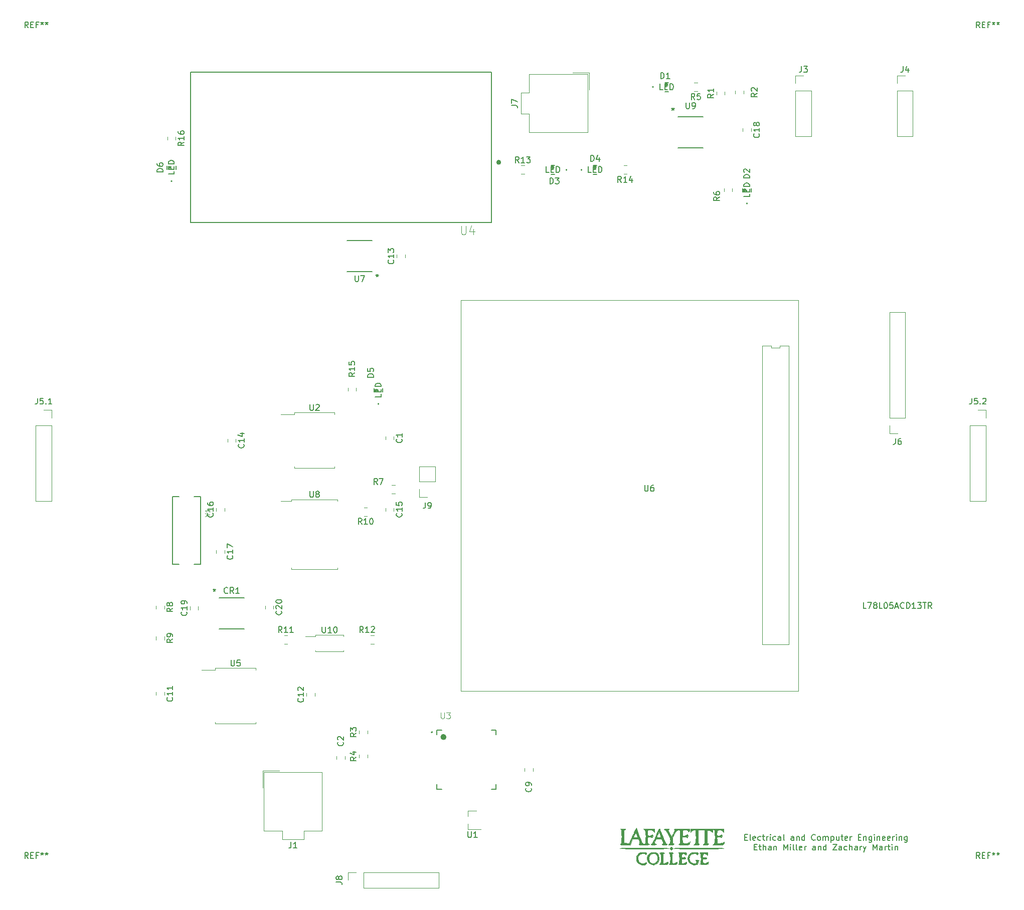
<source format=gbr>
%TF.GenerationSoftware,KiCad,Pcbnew,(5.1.6)-1*%
%TF.CreationDate,2021-02-04T22:49:39-05:00*%
%TF.ProjectId,Logic,4c6f6769-632e-46b6-9963-61645f706362,rev?*%
%TF.SameCoordinates,Original*%
%TF.FileFunction,Legend,Top*%
%TF.FilePolarity,Positive*%
%FSLAX46Y46*%
G04 Gerber Fmt 4.6, Leading zero omitted, Abs format (unit mm)*
G04 Created by KiCad (PCBNEW (5.1.6)-1) date 2021-02-04 22:49:39*
%MOMM*%
%LPD*%
G01*
G04 APERTURE LIST*
%ADD10C,0.150000*%
%ADD11C,0.500000*%
%ADD12C,0.200000*%
%ADD13C,0.010000*%
%ADD14C,0.120000*%
%ADD15C,0.152400*%
%ADD16C,0.400000*%
%ADD17C,0.127000*%
%ADD18C,0.015000*%
G04 APERTURE END LIST*
D10*
X214885714Y-139438571D02*
X215219047Y-139438571D01*
X215361904Y-139962380D02*
X214885714Y-139962380D01*
X214885714Y-138962380D01*
X215361904Y-138962380D01*
X215933333Y-139962380D02*
X215838095Y-139914761D01*
X215790476Y-139819523D01*
X215790476Y-138962380D01*
X216695238Y-139914761D02*
X216600000Y-139962380D01*
X216409523Y-139962380D01*
X216314285Y-139914761D01*
X216266666Y-139819523D01*
X216266666Y-139438571D01*
X216314285Y-139343333D01*
X216409523Y-139295714D01*
X216600000Y-139295714D01*
X216695238Y-139343333D01*
X216742857Y-139438571D01*
X216742857Y-139533809D01*
X216266666Y-139629047D01*
X217600000Y-139914761D02*
X217504761Y-139962380D01*
X217314285Y-139962380D01*
X217219047Y-139914761D01*
X217171428Y-139867142D01*
X217123809Y-139771904D01*
X217123809Y-139486190D01*
X217171428Y-139390952D01*
X217219047Y-139343333D01*
X217314285Y-139295714D01*
X217504761Y-139295714D01*
X217600000Y-139343333D01*
X217885714Y-139295714D02*
X218266666Y-139295714D01*
X218028571Y-138962380D02*
X218028571Y-139819523D01*
X218076190Y-139914761D01*
X218171428Y-139962380D01*
X218266666Y-139962380D01*
X218600000Y-139962380D02*
X218600000Y-139295714D01*
X218600000Y-139486190D02*
X218647619Y-139390952D01*
X218695238Y-139343333D01*
X218790476Y-139295714D01*
X218885714Y-139295714D01*
X219219047Y-139962380D02*
X219219047Y-139295714D01*
X219219047Y-138962380D02*
X219171428Y-139010000D01*
X219219047Y-139057619D01*
X219266666Y-139010000D01*
X219219047Y-138962380D01*
X219219047Y-139057619D01*
X220123809Y-139914761D02*
X220028571Y-139962380D01*
X219838095Y-139962380D01*
X219742857Y-139914761D01*
X219695238Y-139867142D01*
X219647619Y-139771904D01*
X219647619Y-139486190D01*
X219695238Y-139390952D01*
X219742857Y-139343333D01*
X219838095Y-139295714D01*
X220028571Y-139295714D01*
X220123809Y-139343333D01*
X220980952Y-139962380D02*
X220980952Y-139438571D01*
X220933333Y-139343333D01*
X220838095Y-139295714D01*
X220647619Y-139295714D01*
X220552380Y-139343333D01*
X220980952Y-139914761D02*
X220885714Y-139962380D01*
X220647619Y-139962380D01*
X220552380Y-139914761D01*
X220504761Y-139819523D01*
X220504761Y-139724285D01*
X220552380Y-139629047D01*
X220647619Y-139581428D01*
X220885714Y-139581428D01*
X220980952Y-139533809D01*
X221600000Y-139962380D02*
X221504761Y-139914761D01*
X221457142Y-139819523D01*
X221457142Y-138962380D01*
X223171428Y-139962380D02*
X223171428Y-139438571D01*
X223123809Y-139343333D01*
X223028571Y-139295714D01*
X222838095Y-139295714D01*
X222742857Y-139343333D01*
X223171428Y-139914761D02*
X223076190Y-139962380D01*
X222838095Y-139962380D01*
X222742857Y-139914761D01*
X222695238Y-139819523D01*
X222695238Y-139724285D01*
X222742857Y-139629047D01*
X222838095Y-139581428D01*
X223076190Y-139581428D01*
X223171428Y-139533809D01*
X223647619Y-139295714D02*
X223647619Y-139962380D01*
X223647619Y-139390952D02*
X223695238Y-139343333D01*
X223790476Y-139295714D01*
X223933333Y-139295714D01*
X224028571Y-139343333D01*
X224076190Y-139438571D01*
X224076190Y-139962380D01*
X224980952Y-139962380D02*
X224980952Y-138962380D01*
X224980952Y-139914761D02*
X224885714Y-139962380D01*
X224695238Y-139962380D01*
X224600000Y-139914761D01*
X224552380Y-139867142D01*
X224504761Y-139771904D01*
X224504761Y-139486190D01*
X224552380Y-139390952D01*
X224600000Y-139343333D01*
X224695238Y-139295714D01*
X224885714Y-139295714D01*
X224980952Y-139343333D01*
X226790476Y-139867142D02*
X226742857Y-139914761D01*
X226600000Y-139962380D01*
X226504761Y-139962380D01*
X226361904Y-139914761D01*
X226266666Y-139819523D01*
X226219047Y-139724285D01*
X226171428Y-139533809D01*
X226171428Y-139390952D01*
X226219047Y-139200476D01*
X226266666Y-139105238D01*
X226361904Y-139010000D01*
X226504761Y-138962380D01*
X226600000Y-138962380D01*
X226742857Y-139010000D01*
X226790476Y-139057619D01*
X227361904Y-139962380D02*
X227266666Y-139914761D01*
X227219047Y-139867142D01*
X227171428Y-139771904D01*
X227171428Y-139486190D01*
X227219047Y-139390952D01*
X227266666Y-139343333D01*
X227361904Y-139295714D01*
X227504761Y-139295714D01*
X227600000Y-139343333D01*
X227647619Y-139390952D01*
X227695238Y-139486190D01*
X227695238Y-139771904D01*
X227647619Y-139867142D01*
X227600000Y-139914761D01*
X227504761Y-139962380D01*
X227361904Y-139962380D01*
X228123809Y-139962380D02*
X228123809Y-139295714D01*
X228123809Y-139390952D02*
X228171428Y-139343333D01*
X228266666Y-139295714D01*
X228409523Y-139295714D01*
X228504761Y-139343333D01*
X228552380Y-139438571D01*
X228552380Y-139962380D01*
X228552380Y-139438571D02*
X228600000Y-139343333D01*
X228695238Y-139295714D01*
X228838095Y-139295714D01*
X228933333Y-139343333D01*
X228980952Y-139438571D01*
X228980952Y-139962380D01*
X229457142Y-139295714D02*
X229457142Y-140295714D01*
X229457142Y-139343333D02*
X229552380Y-139295714D01*
X229742857Y-139295714D01*
X229838095Y-139343333D01*
X229885714Y-139390952D01*
X229933333Y-139486190D01*
X229933333Y-139771904D01*
X229885714Y-139867142D01*
X229838095Y-139914761D01*
X229742857Y-139962380D01*
X229552380Y-139962380D01*
X229457142Y-139914761D01*
X230790476Y-139295714D02*
X230790476Y-139962380D01*
X230361904Y-139295714D02*
X230361904Y-139819523D01*
X230409523Y-139914761D01*
X230504761Y-139962380D01*
X230647619Y-139962380D01*
X230742857Y-139914761D01*
X230790476Y-139867142D01*
X231123809Y-139295714D02*
X231504761Y-139295714D01*
X231266666Y-138962380D02*
X231266666Y-139819523D01*
X231314285Y-139914761D01*
X231409523Y-139962380D01*
X231504761Y-139962380D01*
X232219047Y-139914761D02*
X232123809Y-139962380D01*
X231933333Y-139962380D01*
X231838095Y-139914761D01*
X231790476Y-139819523D01*
X231790476Y-139438571D01*
X231838095Y-139343333D01*
X231933333Y-139295714D01*
X232123809Y-139295714D01*
X232219047Y-139343333D01*
X232266666Y-139438571D01*
X232266666Y-139533809D01*
X231790476Y-139629047D01*
X232695238Y-139962380D02*
X232695238Y-139295714D01*
X232695238Y-139486190D02*
X232742857Y-139390952D01*
X232790476Y-139343333D01*
X232885714Y-139295714D01*
X232980952Y-139295714D01*
X234076190Y-139438571D02*
X234409523Y-139438571D01*
X234552380Y-139962380D02*
X234076190Y-139962380D01*
X234076190Y-138962380D01*
X234552380Y-138962380D01*
X234980952Y-139295714D02*
X234980952Y-139962380D01*
X234980952Y-139390952D02*
X235028571Y-139343333D01*
X235123809Y-139295714D01*
X235266666Y-139295714D01*
X235361904Y-139343333D01*
X235409523Y-139438571D01*
X235409523Y-139962380D01*
X236314285Y-139295714D02*
X236314285Y-140105238D01*
X236266666Y-140200476D01*
X236219047Y-140248095D01*
X236123809Y-140295714D01*
X235980952Y-140295714D01*
X235885714Y-140248095D01*
X236314285Y-139914761D02*
X236219047Y-139962380D01*
X236028571Y-139962380D01*
X235933333Y-139914761D01*
X235885714Y-139867142D01*
X235838095Y-139771904D01*
X235838095Y-139486190D01*
X235885714Y-139390952D01*
X235933333Y-139343333D01*
X236028571Y-139295714D01*
X236219047Y-139295714D01*
X236314285Y-139343333D01*
X236790476Y-139962380D02*
X236790476Y-139295714D01*
X236790476Y-138962380D02*
X236742857Y-139010000D01*
X236790476Y-139057619D01*
X236838095Y-139010000D01*
X236790476Y-138962380D01*
X236790476Y-139057619D01*
X237266666Y-139295714D02*
X237266666Y-139962380D01*
X237266666Y-139390952D02*
X237314285Y-139343333D01*
X237409523Y-139295714D01*
X237552380Y-139295714D01*
X237647619Y-139343333D01*
X237695238Y-139438571D01*
X237695238Y-139962380D01*
X238552380Y-139914761D02*
X238457142Y-139962380D01*
X238266666Y-139962380D01*
X238171428Y-139914761D01*
X238123809Y-139819523D01*
X238123809Y-139438571D01*
X238171428Y-139343333D01*
X238266666Y-139295714D01*
X238457142Y-139295714D01*
X238552380Y-139343333D01*
X238600000Y-139438571D01*
X238600000Y-139533809D01*
X238123809Y-139629047D01*
X239409523Y-139914761D02*
X239314285Y-139962380D01*
X239123809Y-139962380D01*
X239028571Y-139914761D01*
X238980952Y-139819523D01*
X238980952Y-139438571D01*
X239028571Y-139343333D01*
X239123809Y-139295714D01*
X239314285Y-139295714D01*
X239409523Y-139343333D01*
X239457142Y-139438571D01*
X239457142Y-139533809D01*
X238980952Y-139629047D01*
X239885714Y-139962380D02*
X239885714Y-139295714D01*
X239885714Y-139486190D02*
X239933333Y-139390952D01*
X239980952Y-139343333D01*
X240076190Y-139295714D01*
X240171428Y-139295714D01*
X240504761Y-139962380D02*
X240504761Y-139295714D01*
X240504761Y-138962380D02*
X240457142Y-139010000D01*
X240504761Y-139057619D01*
X240552380Y-139010000D01*
X240504761Y-138962380D01*
X240504761Y-139057619D01*
X240980952Y-139295714D02*
X240980952Y-139962380D01*
X240980952Y-139390952D02*
X241028571Y-139343333D01*
X241123809Y-139295714D01*
X241266666Y-139295714D01*
X241361904Y-139343333D01*
X241409523Y-139438571D01*
X241409523Y-139962380D01*
X242314285Y-139295714D02*
X242314285Y-140105238D01*
X242266666Y-140200476D01*
X242219047Y-140248095D01*
X242123809Y-140295714D01*
X241980952Y-140295714D01*
X241885714Y-140248095D01*
X242314285Y-139914761D02*
X242219047Y-139962380D01*
X242028571Y-139962380D01*
X241933333Y-139914761D01*
X241885714Y-139867142D01*
X241838095Y-139771904D01*
X241838095Y-139486190D01*
X241885714Y-139390952D01*
X241933333Y-139343333D01*
X242028571Y-139295714D01*
X242219047Y-139295714D01*
X242314285Y-139343333D01*
X216528571Y-141088571D02*
X216861904Y-141088571D01*
X217004761Y-141612380D02*
X216528571Y-141612380D01*
X216528571Y-140612380D01*
X217004761Y-140612380D01*
X217290476Y-140945714D02*
X217671428Y-140945714D01*
X217433333Y-140612380D02*
X217433333Y-141469523D01*
X217480952Y-141564761D01*
X217576190Y-141612380D01*
X217671428Y-141612380D01*
X218004761Y-141612380D02*
X218004761Y-140612380D01*
X218433333Y-141612380D02*
X218433333Y-141088571D01*
X218385714Y-140993333D01*
X218290476Y-140945714D01*
X218147619Y-140945714D01*
X218052380Y-140993333D01*
X218004761Y-141040952D01*
X219338095Y-141612380D02*
X219338095Y-141088571D01*
X219290476Y-140993333D01*
X219195238Y-140945714D01*
X219004761Y-140945714D01*
X218909523Y-140993333D01*
X219338095Y-141564761D02*
X219242857Y-141612380D01*
X219004761Y-141612380D01*
X218909523Y-141564761D01*
X218861904Y-141469523D01*
X218861904Y-141374285D01*
X218909523Y-141279047D01*
X219004761Y-141231428D01*
X219242857Y-141231428D01*
X219338095Y-141183809D01*
X219814285Y-140945714D02*
X219814285Y-141612380D01*
X219814285Y-141040952D02*
X219861904Y-140993333D01*
X219957142Y-140945714D01*
X220100000Y-140945714D01*
X220195238Y-140993333D01*
X220242857Y-141088571D01*
X220242857Y-141612380D01*
X221480952Y-141612380D02*
X221480952Y-140612380D01*
X221814285Y-141326666D01*
X222147619Y-140612380D01*
X222147619Y-141612380D01*
X222623809Y-141612380D02*
X222623809Y-140945714D01*
X222623809Y-140612380D02*
X222576190Y-140660000D01*
X222623809Y-140707619D01*
X222671428Y-140660000D01*
X222623809Y-140612380D01*
X222623809Y-140707619D01*
X223242857Y-141612380D02*
X223147619Y-141564761D01*
X223100000Y-141469523D01*
X223100000Y-140612380D01*
X223766666Y-141612380D02*
X223671428Y-141564761D01*
X223623809Y-141469523D01*
X223623809Y-140612380D01*
X224528571Y-141564761D02*
X224433333Y-141612380D01*
X224242857Y-141612380D01*
X224147619Y-141564761D01*
X224100000Y-141469523D01*
X224100000Y-141088571D01*
X224147619Y-140993333D01*
X224242857Y-140945714D01*
X224433333Y-140945714D01*
X224528571Y-140993333D01*
X224576190Y-141088571D01*
X224576190Y-141183809D01*
X224100000Y-141279047D01*
X225004761Y-141612380D02*
X225004761Y-140945714D01*
X225004761Y-141136190D02*
X225052380Y-141040952D01*
X225100000Y-140993333D01*
X225195238Y-140945714D01*
X225290476Y-140945714D01*
X226814285Y-141612380D02*
X226814285Y-141088571D01*
X226766666Y-140993333D01*
X226671428Y-140945714D01*
X226480952Y-140945714D01*
X226385714Y-140993333D01*
X226814285Y-141564761D02*
X226719047Y-141612380D01*
X226480952Y-141612380D01*
X226385714Y-141564761D01*
X226338095Y-141469523D01*
X226338095Y-141374285D01*
X226385714Y-141279047D01*
X226480952Y-141231428D01*
X226719047Y-141231428D01*
X226814285Y-141183809D01*
X227290476Y-140945714D02*
X227290476Y-141612380D01*
X227290476Y-141040952D02*
X227338095Y-140993333D01*
X227433333Y-140945714D01*
X227576190Y-140945714D01*
X227671428Y-140993333D01*
X227719047Y-141088571D01*
X227719047Y-141612380D01*
X228623809Y-141612380D02*
X228623809Y-140612380D01*
X228623809Y-141564761D02*
X228528571Y-141612380D01*
X228338095Y-141612380D01*
X228242857Y-141564761D01*
X228195238Y-141517142D01*
X228147619Y-141421904D01*
X228147619Y-141136190D01*
X228195238Y-141040952D01*
X228242857Y-140993333D01*
X228338095Y-140945714D01*
X228528571Y-140945714D01*
X228623809Y-140993333D01*
X229766666Y-140612380D02*
X230433333Y-140612380D01*
X229766666Y-141612380D01*
X230433333Y-141612380D01*
X231242857Y-141612380D02*
X231242857Y-141088571D01*
X231195238Y-140993333D01*
X231100000Y-140945714D01*
X230909523Y-140945714D01*
X230814285Y-140993333D01*
X231242857Y-141564761D02*
X231147619Y-141612380D01*
X230909523Y-141612380D01*
X230814285Y-141564761D01*
X230766666Y-141469523D01*
X230766666Y-141374285D01*
X230814285Y-141279047D01*
X230909523Y-141231428D01*
X231147619Y-141231428D01*
X231242857Y-141183809D01*
X232147619Y-141564761D02*
X232052380Y-141612380D01*
X231861904Y-141612380D01*
X231766666Y-141564761D01*
X231719047Y-141517142D01*
X231671428Y-141421904D01*
X231671428Y-141136190D01*
X231719047Y-141040952D01*
X231766666Y-140993333D01*
X231861904Y-140945714D01*
X232052380Y-140945714D01*
X232147619Y-140993333D01*
X232576190Y-141612380D02*
X232576190Y-140612380D01*
X233004761Y-141612380D02*
X233004761Y-141088571D01*
X232957142Y-140993333D01*
X232861904Y-140945714D01*
X232719047Y-140945714D01*
X232623809Y-140993333D01*
X232576190Y-141040952D01*
X233909523Y-141612380D02*
X233909523Y-141088571D01*
X233861904Y-140993333D01*
X233766666Y-140945714D01*
X233576190Y-140945714D01*
X233480952Y-140993333D01*
X233909523Y-141564761D02*
X233814285Y-141612380D01*
X233576190Y-141612380D01*
X233480952Y-141564761D01*
X233433333Y-141469523D01*
X233433333Y-141374285D01*
X233480952Y-141279047D01*
X233576190Y-141231428D01*
X233814285Y-141231428D01*
X233909523Y-141183809D01*
X234385714Y-141612380D02*
X234385714Y-140945714D01*
X234385714Y-141136190D02*
X234433333Y-141040952D01*
X234480952Y-140993333D01*
X234576190Y-140945714D01*
X234671428Y-140945714D01*
X234909523Y-140945714D02*
X235147619Y-141612380D01*
X235385714Y-140945714D02*
X235147619Y-141612380D01*
X235052380Y-141850476D01*
X235004761Y-141898095D01*
X234909523Y-141945714D01*
X236528571Y-141612380D02*
X236528571Y-140612380D01*
X236861904Y-141326666D01*
X237195238Y-140612380D01*
X237195238Y-141612380D01*
X238099999Y-141612380D02*
X238099999Y-141088571D01*
X238052380Y-140993333D01*
X237957142Y-140945714D01*
X237766666Y-140945714D01*
X237671428Y-140993333D01*
X238099999Y-141564761D02*
X238004761Y-141612380D01*
X237766666Y-141612380D01*
X237671428Y-141564761D01*
X237623809Y-141469523D01*
X237623809Y-141374285D01*
X237671428Y-141279047D01*
X237766666Y-141231428D01*
X238004761Y-141231428D01*
X238099999Y-141183809D01*
X238576190Y-141612380D02*
X238576190Y-140945714D01*
X238576190Y-141136190D02*
X238623809Y-141040952D01*
X238671428Y-140993333D01*
X238766666Y-140945714D01*
X238861904Y-140945714D01*
X239052380Y-140945714D02*
X239433333Y-140945714D01*
X239195238Y-140612380D02*
X239195238Y-141469523D01*
X239242857Y-141564761D01*
X239338095Y-141612380D01*
X239433333Y-141612380D01*
X239766666Y-141612380D02*
X239766666Y-140945714D01*
X239766666Y-140612380D02*
X239719047Y-140660000D01*
X239766666Y-140707619D01*
X239814285Y-140660000D01*
X239766666Y-140612380D01*
X239766666Y-140707619D01*
X240242857Y-140945714D02*
X240242857Y-141612380D01*
X240242857Y-141040952D02*
X240290476Y-140993333D01*
X240385714Y-140945714D01*
X240528571Y-140945714D01*
X240623809Y-140993333D01*
X240671428Y-141088571D01*
X240671428Y-141612380D01*
D11*
%TO.C,U3*%
X164270001Y-122510001D02*
G75*
G03*
X164270001Y-122510001I-250000J0D01*
G01*
D12*
X162170001Y-121710001D02*
G75*
G03*
X162170001Y-121710001I-100000J0D01*
G01*
X172920001Y-121310001D02*
X172120001Y-121310001D01*
X172920001Y-122110001D02*
X172920001Y-121310001D01*
X172920001Y-131310001D02*
X172920001Y-130510001D01*
X172120001Y-131310001D02*
X172920001Y-131310001D01*
X162920001Y-131310001D02*
X163720001Y-131310001D01*
X162920001Y-130510001D02*
X162920001Y-131310001D01*
X162920001Y-121310001D02*
X162920001Y-122110001D01*
X163720001Y-121310001D02*
X162920001Y-121310001D01*
D13*
%TO.C,G\u002A\u002A\u002A*%
G36*
X198136116Y-142020405D02*
G01*
X198285991Y-142091800D01*
X198303232Y-142118691D01*
X198311480Y-142277788D01*
X198227540Y-142354820D01*
X198103703Y-142310500D01*
X198080644Y-142285921D01*
X197892975Y-142180098D01*
X197619054Y-142165861D01*
X197315188Y-142243416D01*
X197230046Y-142282826D01*
X196986705Y-142491215D01*
X196861354Y-142774331D01*
X196848609Y-143090912D01*
X196943091Y-143399696D01*
X197139418Y-143659420D01*
X197431647Y-143828639D01*
X197678466Y-143889669D01*
X197868109Y-143870288D01*
X198016155Y-143807472D01*
X198211873Y-143712158D01*
X198292139Y-143694721D01*
X198294270Y-143759999D01*
X198273579Y-143840839D01*
X198153184Y-143996170D01*
X197919367Y-144081954D01*
X197615509Y-144092572D01*
X197284990Y-144022403D01*
X197181485Y-143982320D01*
X196843461Y-143754147D01*
X196626318Y-143432728D01*
X196553666Y-143071044D01*
X196619759Y-142654861D01*
X196805681Y-142318776D01*
X197058895Y-142114433D01*
X197296994Y-142033632D01*
X197590185Y-141991145D01*
X197887037Y-141986794D01*
X198136116Y-142020405D01*
G37*
X198136116Y-142020405D02*
X198285991Y-142091800D01*
X198303232Y-142118691D01*
X198311480Y-142277788D01*
X198227540Y-142354820D01*
X198103703Y-142310500D01*
X198080644Y-142285921D01*
X197892975Y-142180098D01*
X197619054Y-142165861D01*
X197315188Y-142243416D01*
X197230046Y-142282826D01*
X196986705Y-142491215D01*
X196861354Y-142774331D01*
X196848609Y-143090912D01*
X196943091Y-143399696D01*
X197139418Y-143659420D01*
X197431647Y-143828639D01*
X197678466Y-143889669D01*
X197868109Y-143870288D01*
X198016155Y-143807472D01*
X198211873Y-143712158D01*
X198292139Y-143694721D01*
X198294270Y-143759999D01*
X198273579Y-143840839D01*
X198153184Y-143996170D01*
X197919367Y-144081954D01*
X197615509Y-144092572D01*
X197284990Y-144022403D01*
X197181485Y-143982320D01*
X196843461Y-143754147D01*
X196626318Y-143432728D01*
X196553666Y-143071044D01*
X196619759Y-142654861D01*
X196805681Y-142318776D01*
X197058895Y-142114433D01*
X197296994Y-142033632D01*
X197590185Y-141991145D01*
X197887037Y-141986794D01*
X198136116Y-142020405D01*
G36*
X199810650Y-142037987D02*
G01*
X200107809Y-142204763D01*
X200321816Y-142494935D01*
X200446089Y-142900770D01*
X200414755Y-143299166D01*
X200238877Y-143655179D01*
X199929522Y-143933865D01*
X199852395Y-143977358D01*
X199515479Y-144089974D01*
X199184375Y-144057420D01*
X198927287Y-143946742D01*
X198603686Y-143689780D01*
X198415812Y-143359709D01*
X198386951Y-143136649D01*
X198679228Y-143136649D01*
X198795551Y-143506555D01*
X198918096Y-143698349D01*
X199068324Y-143798291D01*
X199304678Y-143836860D01*
X199438741Y-143841982D01*
X199741294Y-143789157D01*
X199919298Y-143658167D01*
X200121665Y-143328012D01*
X200163325Y-142950439D01*
X200111237Y-142710425D01*
X199938428Y-142396917D01*
X199689872Y-142206591D01*
X199401883Y-142148202D01*
X199110778Y-142230509D01*
X198889526Y-142415829D01*
X198708278Y-142754471D01*
X198679228Y-143136649D01*
X198386951Y-143136649D01*
X198368009Y-142990252D01*
X198464623Y-142615132D01*
X198709997Y-142268070D01*
X198710877Y-142267189D01*
X198917111Y-142088399D01*
X199115655Y-142006284D01*
X199392485Y-141986017D01*
X199405027Y-141986000D01*
X199810650Y-142037987D01*
G37*
X199810650Y-142037987D02*
X200107809Y-142204763D01*
X200321816Y-142494935D01*
X200446089Y-142900770D01*
X200414755Y-143299166D01*
X200238877Y-143655179D01*
X199929522Y-143933865D01*
X199852395Y-143977358D01*
X199515479Y-144089974D01*
X199184375Y-144057420D01*
X198927287Y-143946742D01*
X198603686Y-143689780D01*
X198415812Y-143359709D01*
X198386951Y-143136649D01*
X198679228Y-143136649D01*
X198795551Y-143506555D01*
X198918096Y-143698349D01*
X199068324Y-143798291D01*
X199304678Y-143836860D01*
X199438741Y-143841982D01*
X199741294Y-143789157D01*
X199919298Y-143658167D01*
X200121665Y-143328012D01*
X200163325Y-142950439D01*
X200111237Y-142710425D01*
X199938428Y-142396917D01*
X199689872Y-142206591D01*
X199401883Y-142148202D01*
X199110778Y-142230509D01*
X198889526Y-142415829D01*
X198708278Y-142754471D01*
X198679228Y-143136649D01*
X198386951Y-143136649D01*
X198368009Y-142990252D01*
X198464623Y-142615132D01*
X198709997Y-142268070D01*
X198710877Y-142267189D01*
X198917111Y-142088399D01*
X199115655Y-142006284D01*
X199392485Y-141986017D01*
X199405027Y-141986000D01*
X199810650Y-142037987D01*
G36*
X206857522Y-141991142D02*
G01*
X206941546Y-142029061D01*
X206966182Y-142110664D01*
X206967666Y-142188112D01*
X206948063Y-142368032D01*
X206874961Y-142390708D01*
X206743904Y-142282333D01*
X206575318Y-142195172D01*
X206337928Y-142155556D01*
X206320106Y-142155333D01*
X206001681Y-142230015D01*
X205749627Y-142427383D01*
X205583399Y-142707419D01*
X205522448Y-143030105D01*
X205586228Y-143355424D01*
X205666398Y-143500105D01*
X205859980Y-143683470D01*
X206124082Y-143826353D01*
X206390588Y-143898789D01*
X206550548Y-143889027D01*
X206655190Y-143796592D01*
X206712312Y-143643472D01*
X206710467Y-143497325D01*
X206638210Y-143425805D01*
X206629000Y-143425333D01*
X206546793Y-143360904D01*
X206544333Y-143340667D01*
X206618762Y-143284704D01*
X206801776Y-143256731D01*
X206840666Y-143256000D01*
X207036534Y-143277265D01*
X207134440Y-143329555D01*
X207137000Y-143340667D01*
X207072570Y-143422873D01*
X207052333Y-143425333D01*
X206995556Y-143499567D01*
X206968127Y-143681266D01*
X206967666Y-143711083D01*
X206947297Y-143912051D01*
X206853508Y-144008198D01*
X206703083Y-144049750D01*
X206409082Y-144093784D01*
X206177745Y-144076464D01*
X205919083Y-143986853D01*
X205818243Y-143942214D01*
X205485496Y-143710648D01*
X205283747Y-143397883D01*
X205218935Y-143036883D01*
X205297000Y-142660616D01*
X205522953Y-142303084D01*
X205665833Y-142159983D01*
X205811010Y-142075188D01*
X206012257Y-142029407D01*
X206323344Y-142003347D01*
X206365081Y-142000940D01*
X206677553Y-141985554D01*
X206857522Y-141991142D01*
G37*
X206857522Y-141991142D02*
X206941546Y-142029061D01*
X206966182Y-142110664D01*
X206967666Y-142188112D01*
X206948063Y-142368032D01*
X206874961Y-142390708D01*
X206743904Y-142282333D01*
X206575318Y-142195172D01*
X206337928Y-142155556D01*
X206320106Y-142155333D01*
X206001681Y-142230015D01*
X205749627Y-142427383D01*
X205583399Y-142707419D01*
X205522448Y-143030105D01*
X205586228Y-143355424D01*
X205666398Y-143500105D01*
X205859980Y-143683470D01*
X206124082Y-143826353D01*
X206390588Y-143898789D01*
X206550548Y-143889027D01*
X206655190Y-143796592D01*
X206712312Y-143643472D01*
X206710467Y-143497325D01*
X206638210Y-143425805D01*
X206629000Y-143425333D01*
X206546793Y-143360904D01*
X206544333Y-143340667D01*
X206618762Y-143284704D01*
X206801776Y-143256731D01*
X206840666Y-143256000D01*
X207036534Y-143277265D01*
X207134440Y-143329555D01*
X207137000Y-143340667D01*
X207072570Y-143422873D01*
X207052333Y-143425333D01*
X206995556Y-143499567D01*
X206968127Y-143681266D01*
X206967666Y-143711083D01*
X206947297Y-143912051D01*
X206853508Y-144008198D01*
X206703083Y-144049750D01*
X206409082Y-144093784D01*
X206177745Y-144076464D01*
X205919083Y-143986853D01*
X205818243Y-143942214D01*
X205485496Y-143710648D01*
X205283747Y-143397883D01*
X205218935Y-143036883D01*
X205297000Y-142660616D01*
X205522953Y-142303084D01*
X205665833Y-142159983D01*
X205811010Y-142075188D01*
X206012257Y-142029407D01*
X206323344Y-142003347D01*
X206365081Y-142000940D01*
X206677553Y-141985554D01*
X206857522Y-141991142D01*
G36*
X201141219Y-142002816D02*
G01*
X201277517Y-142045364D01*
X201295000Y-142070667D01*
X201226423Y-142145781D01*
X201168000Y-142155333D01*
X201108777Y-142183311D01*
X201070755Y-142285814D01*
X201049755Y-142490693D01*
X201041601Y-142825801D01*
X201041000Y-143002000D01*
X201041000Y-143848667D01*
X201276161Y-143848667D01*
X201529607Y-143798651D01*
X201704969Y-143713031D01*
X201874988Y-143616599D01*
X201941672Y-143649916D01*
X201919401Y-143821005D01*
X201916767Y-143831197D01*
X201878953Y-143924845D01*
X201801259Y-143980631D01*
X201646449Y-144008238D01*
X201377289Y-144017351D01*
X201198506Y-144018000D01*
X200529096Y-144018000D01*
X200667063Y-143807436D01*
X200730058Y-143628820D01*
X200768081Y-143355031D01*
X200781968Y-143032287D01*
X200772555Y-142706803D01*
X200740680Y-142424799D01*
X200687177Y-142232490D01*
X200637545Y-142176070D01*
X200527969Y-142108809D01*
X200564169Y-142044358D01*
X200723091Y-141998568D01*
X200914000Y-141986000D01*
X201141219Y-142002816D01*
G37*
X201141219Y-142002816D02*
X201277517Y-142045364D01*
X201295000Y-142070667D01*
X201226423Y-142145781D01*
X201168000Y-142155333D01*
X201108777Y-142183311D01*
X201070755Y-142285814D01*
X201049755Y-142490693D01*
X201041601Y-142825801D01*
X201041000Y-143002000D01*
X201041000Y-143848667D01*
X201276161Y-143848667D01*
X201529607Y-143798651D01*
X201704969Y-143713031D01*
X201874988Y-143616599D01*
X201941672Y-143649916D01*
X201919401Y-143821005D01*
X201916767Y-143831197D01*
X201878953Y-143924845D01*
X201801259Y-143980631D01*
X201646449Y-144008238D01*
X201377289Y-144017351D01*
X201198506Y-144018000D01*
X200529096Y-144018000D01*
X200667063Y-143807436D01*
X200730058Y-143628820D01*
X200768081Y-143355031D01*
X200781968Y-143032287D01*
X200772555Y-142706803D01*
X200740680Y-142424799D01*
X200687177Y-142232490D01*
X200637545Y-142176070D01*
X200527969Y-142108809D01*
X200564169Y-142044358D01*
X200723091Y-141998568D01*
X200914000Y-141986000D01*
X201141219Y-142002816D01*
G36*
X202686582Y-142006704D02*
G01*
X202809946Y-142060039D01*
X202791673Y-142132833D01*
X202688803Y-142187177D01*
X202626648Y-142240499D01*
X202590540Y-142362667D01*
X202576500Y-142585061D01*
X202580548Y-142939058D01*
X202582970Y-143021736D01*
X202607333Y-143806333D01*
X202845639Y-143833652D01*
X203097943Y-143807245D01*
X203290139Y-143725867D01*
X203444775Y-143651078D01*
X203493267Y-143705141D01*
X203444941Y-143884075D01*
X203384734Y-143952981D01*
X203247344Y-143993841D01*
X202999913Y-144012476D01*
X202704108Y-144015307D01*
X202369273Y-144010526D01*
X202179788Y-143996034D01*
X202111730Y-143966741D01*
X202141177Y-143917559D01*
X202162833Y-143900140D01*
X202237653Y-143763499D01*
X202289883Y-143514587D01*
X202318957Y-143199235D01*
X202324310Y-142863273D01*
X202305374Y-142552535D01*
X202261584Y-142312850D01*
X202192375Y-142190051D01*
X202184000Y-142185951D01*
X202061238Y-142108068D01*
X202090881Y-142040309D01*
X202256032Y-141995977D01*
X202438000Y-141986000D01*
X202686582Y-142006704D01*
G37*
X202686582Y-142006704D02*
X202809946Y-142060039D01*
X202791673Y-142132833D01*
X202688803Y-142187177D01*
X202626648Y-142240499D01*
X202590540Y-142362667D01*
X202576500Y-142585061D01*
X202580548Y-142939058D01*
X202582970Y-143021736D01*
X202607333Y-143806333D01*
X202845639Y-143833652D01*
X203097943Y-143807245D01*
X203290139Y-143725867D01*
X203444775Y-143651078D01*
X203493267Y-143705141D01*
X203444941Y-143884075D01*
X203384734Y-143952981D01*
X203247344Y-143993841D01*
X202999913Y-144012476D01*
X202704108Y-144015307D01*
X202369273Y-144010526D01*
X202179788Y-143996034D01*
X202111730Y-143966741D01*
X202141177Y-143917559D01*
X202162833Y-143900140D01*
X202237653Y-143763499D01*
X202289883Y-143514587D01*
X202318957Y-143199235D01*
X202324310Y-142863273D01*
X202305374Y-142552535D01*
X202261584Y-142312850D01*
X202192375Y-142190051D01*
X202184000Y-142185951D01*
X202061238Y-142108068D01*
X202090881Y-142040309D01*
X202256032Y-141995977D01*
X202438000Y-141986000D01*
X202686582Y-142006704D01*
G36*
X204678929Y-141988255D02*
G01*
X204880077Y-142002220D01*
X204980992Y-142038690D01*
X205016223Y-142108462D01*
X205020333Y-142197667D01*
X205015636Y-142348031D01*
X204972592Y-142395595D01*
X204847764Y-142351847D01*
X204704711Y-142281139D01*
X204436353Y-142193002D01*
X204262507Y-142245000D01*
X204180948Y-142438287D01*
X204173666Y-142556540D01*
X204173666Y-142854962D01*
X204512333Y-142809538D01*
X204728862Y-142789805D01*
X204825996Y-142822764D01*
X204850641Y-142929207D01*
X204851000Y-142959667D01*
X204834876Y-143082533D01*
X204755234Y-143127938D01*
X204565167Y-143116675D01*
X204512333Y-143109795D01*
X204173666Y-143064371D01*
X204173666Y-143456519D01*
X204179885Y-143695052D01*
X204219964Y-143809670D01*
X204326036Y-143845782D01*
X204451161Y-143848667D01*
X204709433Y-143807939D01*
X204916827Y-143716866D01*
X205060308Y-143646031D01*
X205102161Y-143708542D01*
X205053608Y-143884075D01*
X204995739Y-143951144D01*
X204863708Y-143991785D01*
X204625383Y-144011387D01*
X204270441Y-144015425D01*
X203915155Y-144008774D01*
X203714504Y-143990433D01*
X203654053Y-143958205D01*
X203686833Y-143926551D01*
X203756140Y-143861990D01*
X203800268Y-143743736D01*
X203824483Y-143538759D01*
X203834057Y-143214033D01*
X203835000Y-142997793D01*
X203826912Y-142605842D01*
X203804296Y-142322648D01*
X203769616Y-142172759D01*
X203750333Y-142155333D01*
X203668126Y-142090904D01*
X203665666Y-142070667D01*
X203744882Y-142028737D01*
X203961152Y-141999273D01*
X204282407Y-141986282D01*
X204343000Y-141986000D01*
X204678929Y-141988255D01*
G37*
X204678929Y-141988255D02*
X204880077Y-142002220D01*
X204980992Y-142038690D01*
X205016223Y-142108462D01*
X205020333Y-142197667D01*
X205015636Y-142348031D01*
X204972592Y-142395595D01*
X204847764Y-142351847D01*
X204704711Y-142281139D01*
X204436353Y-142193002D01*
X204262507Y-142245000D01*
X204180948Y-142438287D01*
X204173666Y-142556540D01*
X204173666Y-142854962D01*
X204512333Y-142809538D01*
X204728862Y-142789805D01*
X204825996Y-142822764D01*
X204850641Y-142929207D01*
X204851000Y-142959667D01*
X204834876Y-143082533D01*
X204755234Y-143127938D01*
X204565167Y-143116675D01*
X204512333Y-143109795D01*
X204173666Y-143064371D01*
X204173666Y-143456519D01*
X204179885Y-143695052D01*
X204219964Y-143809670D01*
X204326036Y-143845782D01*
X204451161Y-143848667D01*
X204709433Y-143807939D01*
X204916827Y-143716866D01*
X205060308Y-143646031D01*
X205102161Y-143708542D01*
X205053608Y-143884075D01*
X204995739Y-143951144D01*
X204863708Y-143991785D01*
X204625383Y-144011387D01*
X204270441Y-144015425D01*
X203915155Y-144008774D01*
X203714504Y-143990433D01*
X203654053Y-143958205D01*
X203686833Y-143926551D01*
X203756140Y-143861990D01*
X203800268Y-143743736D01*
X203824483Y-143538759D01*
X203834057Y-143214033D01*
X203835000Y-142997793D01*
X203826912Y-142605842D01*
X203804296Y-142322648D01*
X203769616Y-142172759D01*
X203750333Y-142155333D01*
X203668126Y-142090904D01*
X203665666Y-142070667D01*
X203744882Y-142028737D01*
X203961152Y-141999273D01*
X204282407Y-141986282D01*
X204343000Y-141986000D01*
X204678929Y-141988255D01*
G36*
X208282127Y-141987760D02*
G01*
X208491960Y-141999700D01*
X208597654Y-142031806D01*
X208631804Y-142094065D01*
X208627008Y-142196464D01*
X208626866Y-142197802D01*
X208592246Y-142361823D01*
X208542491Y-142471104D01*
X208501803Y-142485623D01*
X208491666Y-142421349D01*
X208421231Y-142320374D01*
X208274456Y-142237892D01*
X208008271Y-142201253D01*
X207818811Y-142304944D01*
X207732305Y-142531990D01*
X207729666Y-142590538D01*
X207740378Y-142755575D01*
X207804708Y-142823525D01*
X207970948Y-142826845D01*
X208068333Y-142818155D01*
X208286709Y-142808534D01*
X208384326Y-142848511D01*
X208406996Y-142957230D01*
X208407000Y-142959667D01*
X208385168Y-143069658D01*
X208289133Y-143110598D01*
X208073081Y-143101628D01*
X208068333Y-143101178D01*
X207851952Y-143088852D01*
X207755403Y-143128890D01*
X207730429Y-143253162D01*
X207729666Y-143324849D01*
X207746256Y-143556009D01*
X207781058Y-143714742D01*
X207900467Y-143815973D01*
X208114127Y-143846066D01*
X208362916Y-143805642D01*
X208572401Y-143706424D01*
X208711938Y-143614919D01*
X208746728Y-143625091D01*
X208718240Y-143713349D01*
X208669124Y-143879284D01*
X208661000Y-143940258D01*
X208582746Y-143974658D01*
X208373520Y-144000636D01*
X208071621Y-144014307D01*
X207920166Y-144015425D01*
X207561814Y-144008818D01*
X207358209Y-143990625D01*
X207295027Y-143958700D01*
X207327500Y-143926551D01*
X207398340Y-143859989D01*
X207442800Y-143737797D01*
X207466527Y-143526102D01*
X207475163Y-143191031D01*
X207475666Y-143037469D01*
X207470056Y-142644285D01*
X207450319Y-142390938D01*
X207412099Y-142248212D01*
X207351038Y-142186893D01*
X207348666Y-142185951D01*
X207220946Y-142111429D01*
X207253278Y-142051593D01*
X207436781Y-142009466D01*
X207762574Y-141988074D01*
X207935557Y-141986000D01*
X208282127Y-141987760D01*
G37*
X208282127Y-141987760D02*
X208491960Y-141999700D01*
X208597654Y-142031806D01*
X208631804Y-142094065D01*
X208627008Y-142196464D01*
X208626866Y-142197802D01*
X208592246Y-142361823D01*
X208542491Y-142471104D01*
X208501803Y-142485623D01*
X208491666Y-142421349D01*
X208421231Y-142320374D01*
X208274456Y-142237892D01*
X208008271Y-142201253D01*
X207818811Y-142304944D01*
X207732305Y-142531990D01*
X207729666Y-142590538D01*
X207740378Y-142755575D01*
X207804708Y-142823525D01*
X207970948Y-142826845D01*
X208068333Y-142818155D01*
X208286709Y-142808534D01*
X208384326Y-142848511D01*
X208406996Y-142957230D01*
X208407000Y-142959667D01*
X208385168Y-143069658D01*
X208289133Y-143110598D01*
X208073081Y-143101628D01*
X208068333Y-143101178D01*
X207851952Y-143088852D01*
X207755403Y-143128890D01*
X207730429Y-143253162D01*
X207729666Y-143324849D01*
X207746256Y-143556009D01*
X207781058Y-143714742D01*
X207900467Y-143815973D01*
X208114127Y-143846066D01*
X208362916Y-143805642D01*
X208572401Y-143706424D01*
X208711938Y-143614919D01*
X208746728Y-143625091D01*
X208718240Y-143713349D01*
X208669124Y-143879284D01*
X208661000Y-143940258D01*
X208582746Y-143974658D01*
X208373520Y-144000636D01*
X208071621Y-144014307D01*
X207920166Y-144015425D01*
X207561814Y-144008818D01*
X207358209Y-143990625D01*
X207295027Y-143958700D01*
X207327500Y-143926551D01*
X207398340Y-143859989D01*
X207442800Y-143737797D01*
X207466527Y-143526102D01*
X207475163Y-143191031D01*
X207475666Y-143037469D01*
X207470056Y-142644285D01*
X207450319Y-142390938D01*
X207412099Y-142248212D01*
X207351038Y-142186893D01*
X207348666Y-142185951D01*
X207220946Y-142111429D01*
X207253278Y-142051593D01*
X207436781Y-142009466D01*
X207762574Y-141988074D01*
X207935557Y-141986000D01*
X208282127Y-141987760D01*
G36*
X202556345Y-141098087D02*
G01*
X202621226Y-141159274D01*
X202713228Y-141289901D01*
X202670728Y-141409437D01*
X202653193Y-141431417D01*
X202535127Y-141539885D01*
X202480333Y-141562667D01*
X202379714Y-141505091D01*
X202307473Y-141431417D01*
X202245460Y-141306736D01*
X202316557Y-141182814D01*
X202339439Y-141159274D01*
X202458467Y-141064352D01*
X202556345Y-141098087D01*
G37*
X202556345Y-141098087D02*
X202621226Y-141159274D01*
X202713228Y-141289901D01*
X202670728Y-141409437D01*
X202653193Y-141431417D01*
X202535127Y-141539885D01*
X202480333Y-141562667D01*
X202379714Y-141505091D01*
X202307473Y-141431417D01*
X202245460Y-141306736D01*
X202316557Y-141182814D01*
X202339439Y-141159274D01*
X202458467Y-141064352D01*
X202556345Y-141098087D01*
G36*
X198966963Y-141225716D02*
G01*
X199878395Y-141230826D01*
X200634848Y-141239274D01*
X201233539Y-141251003D01*
X201671683Y-141265956D01*
X201946495Y-141284076D01*
X202055193Y-141305307D01*
X202057000Y-141308667D01*
X201975641Y-141327991D01*
X201744765Y-141344903D01*
X201384170Y-141359405D01*
X200913653Y-141371496D01*
X200353015Y-141381175D01*
X199722052Y-141388443D01*
X199040564Y-141393300D01*
X198328349Y-141395746D01*
X197605205Y-141395780D01*
X196890931Y-141393404D01*
X196205325Y-141388616D01*
X195568185Y-141381417D01*
X194999311Y-141371807D01*
X194518500Y-141359786D01*
X194145551Y-141345354D01*
X193900263Y-141328510D01*
X193802433Y-141309255D01*
X193802000Y-141308667D01*
X193871850Y-141286638D01*
X194109933Y-141267884D01*
X194515178Y-141252428D01*
X195086515Y-141240291D01*
X195822874Y-141231495D01*
X196723186Y-141226064D01*
X197786380Y-141224017D01*
X197903336Y-141224000D01*
X198966963Y-141225716D01*
G37*
X198966963Y-141225716D02*
X199878395Y-141230826D01*
X200634848Y-141239274D01*
X201233539Y-141251003D01*
X201671683Y-141265956D01*
X201946495Y-141284076D01*
X202055193Y-141305307D01*
X202057000Y-141308667D01*
X201975641Y-141327991D01*
X201744765Y-141344903D01*
X201384170Y-141359405D01*
X200913653Y-141371496D01*
X200353015Y-141381175D01*
X199722052Y-141388443D01*
X199040564Y-141393300D01*
X198328349Y-141395746D01*
X197605205Y-141395780D01*
X196890931Y-141393404D01*
X196205325Y-141388616D01*
X195568185Y-141381417D01*
X194999311Y-141371807D01*
X194518500Y-141359786D01*
X194145551Y-141345354D01*
X193900263Y-141328510D01*
X193802433Y-141309255D01*
X193802000Y-141308667D01*
X193871850Y-141286638D01*
X194109933Y-141267884D01*
X194515178Y-141252428D01*
X195086515Y-141240291D01*
X195822874Y-141231495D01*
X196723186Y-141226064D01*
X197786380Y-141224017D01*
X197903336Y-141224000D01*
X198966963Y-141225716D01*
G36*
X208193298Y-141225650D02*
G01*
X209128977Y-141230585D01*
X209900680Y-141238786D01*
X210507385Y-141250231D01*
X210948069Y-141264901D01*
X211221709Y-141282775D01*
X211327284Y-141303832D01*
X211328000Y-141308667D01*
X211234034Y-141327874D01*
X210990556Y-141344695D01*
X210617368Y-141359130D01*
X210134276Y-141371179D01*
X209561082Y-141380841D01*
X208917590Y-141388118D01*
X208223605Y-141393009D01*
X207498929Y-141395514D01*
X206763367Y-141395632D01*
X206036723Y-141393365D01*
X205338800Y-141388711D01*
X204689402Y-141381672D01*
X204108333Y-141372246D01*
X203615396Y-141360434D01*
X203230396Y-141346237D01*
X202973136Y-141329653D01*
X202863420Y-141310683D01*
X202861333Y-141308667D01*
X202931410Y-141286942D01*
X203169768Y-141268397D01*
X203575385Y-141253051D01*
X204147238Y-141240925D01*
X204884304Y-141232040D01*
X205785561Y-141226416D01*
X206849987Y-141224073D01*
X207094666Y-141224000D01*
X208193298Y-141225650D01*
G37*
X208193298Y-141225650D02*
X209128977Y-141230585D01*
X209900680Y-141238786D01*
X210507385Y-141250231D01*
X210948069Y-141264901D01*
X211221709Y-141282775D01*
X211327284Y-141303832D01*
X211328000Y-141308667D01*
X211234034Y-141327874D01*
X210990556Y-141344695D01*
X210617368Y-141359130D01*
X210134276Y-141371179D01*
X209561082Y-141380841D01*
X208917590Y-141388118D01*
X208223605Y-141393009D01*
X207498929Y-141395514D01*
X206763367Y-141395632D01*
X206036723Y-141393365D01*
X205338800Y-141388711D01*
X204689402Y-141381672D01*
X204108333Y-141372246D01*
X203615396Y-141360434D01*
X203230396Y-141346237D01*
X202973136Y-141329653D01*
X202863420Y-141310683D01*
X202861333Y-141308667D01*
X202931410Y-141286942D01*
X203169768Y-141268397D01*
X203575385Y-141253051D01*
X204147238Y-141240925D01*
X204884304Y-141232040D01*
X205785561Y-141226416D01*
X206849987Y-141224073D01*
X207094666Y-141224000D01*
X208193298Y-141225650D01*
G36*
X197020871Y-139095944D02*
G01*
X197186482Y-139526558D01*
X197338805Y-139906060D01*
X197464942Y-140203532D01*
X197551998Y-140388058D01*
X197576451Y-140427842D01*
X197737948Y-140526470D01*
X197932452Y-140536114D01*
X198083127Y-140458945D01*
X198110941Y-140412742D01*
X198131569Y-140277498D01*
X198148246Y-140013048D01*
X198159096Y-139659504D01*
X198162333Y-139315373D01*
X198159707Y-138892915D01*
X198148067Y-138605148D01*
X198121767Y-138417464D01*
X198075163Y-138295254D01*
X198002609Y-138203909D01*
X197977035Y-138179298D01*
X197791736Y-138006666D01*
X198696701Y-138006666D01*
X199601666Y-138006667D01*
X199601666Y-138591636D01*
X199393848Y-138383818D01*
X199113195Y-138208297D01*
X198888827Y-138176000D01*
X198626320Y-138230719D01*
X198474584Y-138401854D01*
X198426381Y-138699870D01*
X198432602Y-138835751D01*
X198464134Y-139044110D01*
X198547547Y-139138138D01*
X198736773Y-139172823D01*
X198765635Y-139175316D01*
X199063709Y-139148961D01*
X199210135Y-139063435D01*
X199300444Y-138988506D01*
X199339096Y-139027883D01*
X199347638Y-139207858D01*
X199347666Y-139231264D01*
X199338726Y-139427825D01*
X199293496Y-139489169D01*
X199184362Y-139449192D01*
X199174421Y-139443906D01*
X198965622Y-139385142D01*
X198729921Y-139377427D01*
X198542609Y-139416379D01*
X198459230Y-139521435D01*
X198430981Y-139694312D01*
X198425571Y-140019087D01*
X198466260Y-140297498D01*
X198543038Y-140487066D01*
X198631836Y-140546667D01*
X198742023Y-140593619D01*
X198755000Y-140631333D01*
X198674261Y-140670088D01*
X198447344Y-140698281D01*
X198097195Y-140713728D01*
X197866000Y-140716000D01*
X197501071Y-140709119D01*
X197208737Y-140690510D01*
X197023968Y-140663227D01*
X196977000Y-140638389D01*
X197043548Y-140543115D01*
X197077151Y-140527394D01*
X197128512Y-140463235D01*
X197117074Y-140302928D01*
X197065104Y-140093278D01*
X196952906Y-139692545D01*
X195918666Y-139742333D01*
X195751047Y-140229167D01*
X195583427Y-140716000D01*
X194713880Y-140716000D01*
X194353302Y-140709152D01*
X194065707Y-140690657D01*
X193886457Y-140663591D01*
X193844333Y-140640392D01*
X193911712Y-140547835D01*
X193971333Y-140516049D01*
X194024565Y-140467183D01*
X194061081Y-140351464D01*
X194083681Y-140143228D01*
X194095164Y-139816814D01*
X194098333Y-139352158D01*
X194095593Y-138887849D01*
X194085034Y-138563765D01*
X194063151Y-138350849D01*
X194026436Y-138220047D01*
X193971383Y-138142304D01*
X193950166Y-138124526D01*
X193889045Y-138062573D01*
X193928927Y-138028292D01*
X194094794Y-138013819D01*
X194310000Y-138011242D01*
X194587751Y-138013056D01*
X194720706Y-138027329D01*
X194733398Y-138065591D01*
X194650361Y-138139371D01*
X194624743Y-138159159D01*
X194544529Y-138229400D01*
X194491188Y-138314864D01*
X194460254Y-138447318D01*
X194447263Y-138658527D01*
X194447749Y-138980257D01*
X194455410Y-139363776D01*
X194479333Y-140419667D01*
X195371397Y-140470955D01*
X195614403Y-139937311D01*
X195764005Y-139610475D01*
X195839728Y-139446000D01*
X196056458Y-139446000D01*
X196432062Y-139446000D01*
X196657509Y-139440509D01*
X196791524Y-139426637D01*
X196807666Y-139418749D01*
X196779585Y-139295662D01*
X196710575Y-139095133D01*
X196623492Y-138874561D01*
X196541188Y-138691344D01*
X196486517Y-138602882D01*
X196482207Y-138601329D01*
X196420343Y-138673293D01*
X196320044Y-138856410D01*
X196241562Y-139024662D01*
X196056458Y-139446000D01*
X195839728Y-139446000D01*
X195952162Y-139201790D01*
X196145873Y-138782880D01*
X196210657Y-138643269D01*
X196563906Y-137882871D01*
X197020871Y-139095944D01*
G37*
X197020871Y-139095944D02*
X197186482Y-139526558D01*
X197338805Y-139906060D01*
X197464942Y-140203532D01*
X197551998Y-140388058D01*
X197576451Y-140427842D01*
X197737948Y-140526470D01*
X197932452Y-140536114D01*
X198083127Y-140458945D01*
X198110941Y-140412742D01*
X198131569Y-140277498D01*
X198148246Y-140013048D01*
X198159096Y-139659504D01*
X198162333Y-139315373D01*
X198159707Y-138892915D01*
X198148067Y-138605148D01*
X198121767Y-138417464D01*
X198075163Y-138295254D01*
X198002609Y-138203909D01*
X197977035Y-138179298D01*
X197791736Y-138006666D01*
X198696701Y-138006666D01*
X199601666Y-138006667D01*
X199601666Y-138591636D01*
X199393848Y-138383818D01*
X199113195Y-138208297D01*
X198888827Y-138176000D01*
X198626320Y-138230719D01*
X198474584Y-138401854D01*
X198426381Y-138699870D01*
X198432602Y-138835751D01*
X198464134Y-139044110D01*
X198547547Y-139138138D01*
X198736773Y-139172823D01*
X198765635Y-139175316D01*
X199063709Y-139148961D01*
X199210135Y-139063435D01*
X199300444Y-138988506D01*
X199339096Y-139027883D01*
X199347638Y-139207858D01*
X199347666Y-139231264D01*
X199338726Y-139427825D01*
X199293496Y-139489169D01*
X199184362Y-139449192D01*
X199174421Y-139443906D01*
X198965622Y-139385142D01*
X198729921Y-139377427D01*
X198542609Y-139416379D01*
X198459230Y-139521435D01*
X198430981Y-139694312D01*
X198425571Y-140019087D01*
X198466260Y-140297498D01*
X198543038Y-140487066D01*
X198631836Y-140546667D01*
X198742023Y-140593619D01*
X198755000Y-140631333D01*
X198674261Y-140670088D01*
X198447344Y-140698281D01*
X198097195Y-140713728D01*
X197866000Y-140716000D01*
X197501071Y-140709119D01*
X197208737Y-140690510D01*
X197023968Y-140663227D01*
X196977000Y-140638389D01*
X197043548Y-140543115D01*
X197077151Y-140527394D01*
X197128512Y-140463235D01*
X197117074Y-140302928D01*
X197065104Y-140093278D01*
X196952906Y-139692545D01*
X195918666Y-139742333D01*
X195751047Y-140229167D01*
X195583427Y-140716000D01*
X194713880Y-140716000D01*
X194353302Y-140709152D01*
X194065707Y-140690657D01*
X193886457Y-140663591D01*
X193844333Y-140640392D01*
X193911712Y-140547835D01*
X193971333Y-140516049D01*
X194024565Y-140467183D01*
X194061081Y-140351464D01*
X194083681Y-140143228D01*
X194095164Y-139816814D01*
X194098333Y-139352158D01*
X194095593Y-138887849D01*
X194085034Y-138563765D01*
X194063151Y-138350849D01*
X194026436Y-138220047D01*
X193971383Y-138142304D01*
X193950166Y-138124526D01*
X193889045Y-138062573D01*
X193928927Y-138028292D01*
X194094794Y-138013819D01*
X194310000Y-138011242D01*
X194587751Y-138013056D01*
X194720706Y-138027329D01*
X194733398Y-138065591D01*
X194650361Y-138139371D01*
X194624743Y-138159159D01*
X194544529Y-138229400D01*
X194491188Y-138314864D01*
X194460254Y-138447318D01*
X194447263Y-138658527D01*
X194447749Y-138980257D01*
X194455410Y-139363776D01*
X194479333Y-140419667D01*
X195371397Y-140470955D01*
X195614403Y-139937311D01*
X195764005Y-139610475D01*
X195839728Y-139446000D01*
X196056458Y-139446000D01*
X196432062Y-139446000D01*
X196657509Y-139440509D01*
X196791524Y-139426637D01*
X196807666Y-139418749D01*
X196779585Y-139295662D01*
X196710575Y-139095133D01*
X196623492Y-138874561D01*
X196541188Y-138691344D01*
X196486517Y-138602882D01*
X196482207Y-138601329D01*
X196420343Y-138673293D01*
X196320044Y-138856410D01*
X196241562Y-139024662D01*
X196056458Y-139446000D01*
X195839728Y-139446000D01*
X195952162Y-139201790D01*
X196145873Y-138782880D01*
X196210657Y-138643269D01*
X196563906Y-137882871D01*
X197020871Y-139095944D01*
G36*
X200517481Y-138007258D02*
G01*
X200540219Y-138049000D01*
X200594806Y-138186925D01*
X200697287Y-138449033D01*
X200834505Y-138801564D01*
X200993304Y-139210758D01*
X201047610Y-139350947D01*
X201249078Y-139852440D01*
X201408680Y-140205332D01*
X201533312Y-140423183D01*
X201629868Y-140519553D01*
X201644580Y-140524989D01*
X201791983Y-140587236D01*
X201787690Y-140646949D01*
X201649135Y-140693291D01*
X201393750Y-140715423D01*
X201337333Y-140716000D01*
X201082318Y-140702081D01*
X200913176Y-140666177D01*
X200871666Y-140631333D01*
X200940243Y-140556219D01*
X200998666Y-140546667D01*
X201088813Y-140533285D01*
X201116452Y-140469262D01*
X201080732Y-140318780D01*
X200987164Y-140062664D01*
X200848661Y-139700000D01*
X199874052Y-139700000D01*
X199736312Y-140044247D01*
X199649524Y-140325626D01*
X199667852Y-140487712D01*
X199793815Y-140545924D01*
X199818330Y-140546667D01*
X199927757Y-140594005D01*
X199940333Y-140631333D01*
X199863781Y-140677700D01*
X199666308Y-140708453D01*
X199474666Y-140716000D01*
X199219631Y-140703703D01*
X199050490Y-140671981D01*
X199009000Y-140641208D01*
X199078742Y-140559780D01*
X199158443Y-140527336D01*
X199268292Y-140428629D01*
X199416152Y-140193852D01*
X199586886Y-139847713D01*
X199618381Y-139776628D01*
X199778710Y-139410686D01*
X200025000Y-139410686D01*
X200100201Y-139432811D01*
X200288037Y-139445106D01*
X200363666Y-139446000D01*
X200603573Y-139421478D01*
X200695621Y-139351055D01*
X200696054Y-139340167D01*
X200659165Y-139201755D01*
X200574222Y-138981649D01*
X200536596Y-138895667D01*
X200383418Y-138557000D01*
X200204209Y-138966186D01*
X200103565Y-139202122D01*
X200038547Y-139366318D01*
X200025000Y-139410686D01*
X199778710Y-139410686D01*
X199879325Y-139181040D01*
X200082251Y-138725683D01*
X200235471Y-138394981D01*
X200347294Y-138173361D01*
X200426030Y-138045250D01*
X200479989Y-137995073D01*
X200517481Y-138007258D01*
G37*
X200517481Y-138007258D02*
X200540219Y-138049000D01*
X200594806Y-138186925D01*
X200697287Y-138449033D01*
X200834505Y-138801564D01*
X200993304Y-139210758D01*
X201047610Y-139350947D01*
X201249078Y-139852440D01*
X201408680Y-140205332D01*
X201533312Y-140423183D01*
X201629868Y-140519553D01*
X201644580Y-140524989D01*
X201791983Y-140587236D01*
X201787690Y-140646949D01*
X201649135Y-140693291D01*
X201393750Y-140715423D01*
X201337333Y-140716000D01*
X201082318Y-140702081D01*
X200913176Y-140666177D01*
X200871666Y-140631333D01*
X200940243Y-140556219D01*
X200998666Y-140546667D01*
X201088813Y-140533285D01*
X201116452Y-140469262D01*
X201080732Y-140318780D01*
X200987164Y-140062664D01*
X200848661Y-139700000D01*
X199874052Y-139700000D01*
X199736312Y-140044247D01*
X199649524Y-140325626D01*
X199667852Y-140487712D01*
X199793815Y-140545924D01*
X199818330Y-140546667D01*
X199927757Y-140594005D01*
X199940333Y-140631333D01*
X199863781Y-140677700D01*
X199666308Y-140708453D01*
X199474666Y-140716000D01*
X199219631Y-140703703D01*
X199050490Y-140671981D01*
X199009000Y-140641208D01*
X199078742Y-140559780D01*
X199158443Y-140527336D01*
X199268292Y-140428629D01*
X199416152Y-140193852D01*
X199586886Y-139847713D01*
X199618381Y-139776628D01*
X199778710Y-139410686D01*
X200025000Y-139410686D01*
X200100201Y-139432811D01*
X200288037Y-139445106D01*
X200363666Y-139446000D01*
X200603573Y-139421478D01*
X200695621Y-139351055D01*
X200696054Y-139340167D01*
X200659165Y-139201755D01*
X200574222Y-138981649D01*
X200536596Y-138895667D01*
X200383418Y-138557000D01*
X200204209Y-138966186D01*
X200103565Y-139202122D01*
X200038547Y-139366318D01*
X200025000Y-139410686D01*
X199778710Y-139410686D01*
X199879325Y-139181040D01*
X200082251Y-138725683D01*
X200235471Y-138394981D01*
X200347294Y-138173361D01*
X200426030Y-138045250D01*
X200479989Y-137995073D01*
X200517481Y-138007258D01*
G36*
X205528333Y-138260667D02*
G01*
X205498905Y-138450666D01*
X205429108Y-138513407D01*
X205346676Y-138430461D01*
X205330174Y-138392338D01*
X205214854Y-138292099D01*
X204997012Y-138219726D01*
X204742927Y-138189639D01*
X204519694Y-138215997D01*
X204415511Y-138274037D01*
X204362167Y-138393119D01*
X204343969Y-138619071D01*
X204343000Y-138732039D01*
X204343000Y-139192000D01*
X204620494Y-139192000D01*
X204878767Y-139151272D01*
X205086161Y-139060199D01*
X205211078Y-138983201D01*
X205263148Y-139012212D01*
X205274231Y-139175904D01*
X205274333Y-139229532D01*
X205246662Y-139445627D01*
X205175636Y-139532172D01*
X205079240Y-139470776D01*
X205062666Y-139446000D01*
X204951793Y-139392155D01*
X204740783Y-139363024D01*
X204672629Y-139361333D01*
X204334919Y-139361333D01*
X204385333Y-140419667D01*
X204801962Y-140446063D01*
X205114265Y-140441400D01*
X205345784Y-140366384D01*
X205472133Y-140285008D01*
X205633061Y-140171945D01*
X205688349Y-140159760D01*
X205665413Y-140244596D01*
X205659731Y-140258611D01*
X205581401Y-140471967D01*
X205551186Y-140567833D01*
X205513639Y-140633106D01*
X205425960Y-140675943D01*
X205258335Y-140700773D01*
X204980951Y-140712021D01*
X204565958Y-140714117D01*
X204158758Y-140712142D01*
X203897839Y-140705077D01*
X203760147Y-140688293D01*
X203722631Y-140657159D01*
X203762239Y-140607044D01*
X203816503Y-140563572D01*
X203895364Y-140494773D01*
X203948349Y-140411175D01*
X203979666Y-140281799D01*
X203993521Y-140075666D01*
X203994122Y-139761796D01*
X203985836Y-139316622D01*
X203974959Y-138868222D01*
X203961656Y-138561305D01*
X203940515Y-138368046D01*
X203906125Y-138260622D01*
X203853074Y-138211209D01*
X203775951Y-138191982D01*
X203766839Y-138190667D01*
X203610868Y-138192644D01*
X203469037Y-138262575D01*
X203317241Y-138423702D01*
X203131377Y-138699270D01*
X202983831Y-138945709D01*
X202803002Y-139276468D01*
X202700843Y-139534227D01*
X202656845Y-139783234D01*
X202649666Y-139992596D01*
X202665436Y-140298907D01*
X202717314Y-140466688D01*
X202776666Y-140516049D01*
X202901873Y-140592027D01*
X202872861Y-140655385D01*
X202704689Y-140697942D01*
X202416833Y-140711559D01*
X202148492Y-140706279D01*
X202025356Y-140689354D01*
X202023299Y-140649601D01*
X202118194Y-140575841D01*
X202120500Y-140574232D01*
X202240485Y-140455323D01*
X202297404Y-140280655D01*
X202311000Y-140015761D01*
X202293929Y-139768582D01*
X202231570Y-139523627D01*
X202107204Y-139231760D01*
X201925565Y-138883088D01*
X201747240Y-138577291D01*
X201585587Y-138338057D01*
X201464095Y-138198404D01*
X201422562Y-138176000D01*
X201280304Y-138122565D01*
X201252666Y-138091333D01*
X201296931Y-138041576D01*
X201491511Y-138013904D01*
X201692169Y-138009359D01*
X201959966Y-138015941D01*
X202083191Y-138037080D01*
X202086473Y-138080589D01*
X202041701Y-138120236D01*
X201974472Y-138189377D01*
X201964967Y-138280862D01*
X202022437Y-138432907D01*
X202156134Y-138683728D01*
X202194770Y-138752543D01*
X202343551Y-139009800D01*
X202458929Y-139196761D01*
X202517770Y-139276083D01*
X202519487Y-139276667D01*
X202572624Y-139208996D01*
X202683118Y-139031943D01*
X202820966Y-138794478D01*
X202968563Y-138513729D01*
X203031315Y-138330918D01*
X203020717Y-138204727D01*
X202997664Y-138159478D01*
X202970549Y-138101645D01*
X202988276Y-138060578D01*
X203073607Y-138033421D01*
X203249304Y-138017317D01*
X203538132Y-138009409D01*
X203962851Y-138006841D01*
X204215282Y-138006667D01*
X205528333Y-138006667D01*
X205528333Y-138260667D01*
G37*
X205528333Y-138260667D02*
X205498905Y-138450666D01*
X205429108Y-138513407D01*
X205346676Y-138430461D01*
X205330174Y-138392338D01*
X205214854Y-138292099D01*
X204997012Y-138219726D01*
X204742927Y-138189639D01*
X204519694Y-138215997D01*
X204415511Y-138274037D01*
X204362167Y-138393119D01*
X204343969Y-138619071D01*
X204343000Y-138732039D01*
X204343000Y-139192000D01*
X204620494Y-139192000D01*
X204878767Y-139151272D01*
X205086161Y-139060199D01*
X205211078Y-138983201D01*
X205263148Y-139012212D01*
X205274231Y-139175904D01*
X205274333Y-139229532D01*
X205246662Y-139445627D01*
X205175636Y-139532172D01*
X205079240Y-139470776D01*
X205062666Y-139446000D01*
X204951793Y-139392155D01*
X204740783Y-139363024D01*
X204672629Y-139361333D01*
X204334919Y-139361333D01*
X204385333Y-140419667D01*
X204801962Y-140446063D01*
X205114265Y-140441400D01*
X205345784Y-140366384D01*
X205472133Y-140285008D01*
X205633061Y-140171945D01*
X205688349Y-140159760D01*
X205665413Y-140244596D01*
X205659731Y-140258611D01*
X205581401Y-140471967D01*
X205551186Y-140567833D01*
X205513639Y-140633106D01*
X205425960Y-140675943D01*
X205258335Y-140700773D01*
X204980951Y-140712021D01*
X204565958Y-140714117D01*
X204158758Y-140712142D01*
X203897839Y-140705077D01*
X203760147Y-140688293D01*
X203722631Y-140657159D01*
X203762239Y-140607044D01*
X203816503Y-140563572D01*
X203895364Y-140494773D01*
X203948349Y-140411175D01*
X203979666Y-140281799D01*
X203993521Y-140075666D01*
X203994122Y-139761796D01*
X203985836Y-139316622D01*
X203974959Y-138868222D01*
X203961656Y-138561305D01*
X203940515Y-138368046D01*
X203906125Y-138260622D01*
X203853074Y-138211209D01*
X203775951Y-138191982D01*
X203766839Y-138190667D01*
X203610868Y-138192644D01*
X203469037Y-138262575D01*
X203317241Y-138423702D01*
X203131377Y-138699270D01*
X202983831Y-138945709D01*
X202803002Y-139276468D01*
X202700843Y-139534227D01*
X202656845Y-139783234D01*
X202649666Y-139992596D01*
X202665436Y-140298907D01*
X202717314Y-140466688D01*
X202776666Y-140516049D01*
X202901873Y-140592027D01*
X202872861Y-140655385D01*
X202704689Y-140697942D01*
X202416833Y-140711559D01*
X202148492Y-140706279D01*
X202025356Y-140689354D01*
X202023299Y-140649601D01*
X202118194Y-140575841D01*
X202120500Y-140574232D01*
X202240485Y-140455323D01*
X202297404Y-140280655D01*
X202311000Y-140015761D01*
X202293929Y-139768582D01*
X202231570Y-139523627D01*
X202107204Y-139231760D01*
X201925565Y-138883088D01*
X201747240Y-138577291D01*
X201585587Y-138338057D01*
X201464095Y-138198404D01*
X201422562Y-138176000D01*
X201280304Y-138122565D01*
X201252666Y-138091333D01*
X201296931Y-138041576D01*
X201491511Y-138013904D01*
X201692169Y-138009359D01*
X201959966Y-138015941D01*
X202083191Y-138037080D01*
X202086473Y-138080589D01*
X202041701Y-138120236D01*
X201974472Y-138189377D01*
X201964967Y-138280862D01*
X202022437Y-138432907D01*
X202156134Y-138683728D01*
X202194770Y-138752543D01*
X202343551Y-139009800D01*
X202458929Y-139196761D01*
X202517770Y-139276083D01*
X202519487Y-139276667D01*
X202572624Y-139208996D01*
X202683118Y-139031943D01*
X202820966Y-138794478D01*
X202968563Y-138513729D01*
X203031315Y-138330918D01*
X203020717Y-138204727D01*
X202997664Y-138159478D01*
X202970549Y-138101645D01*
X202988276Y-138060578D01*
X203073607Y-138033421D01*
X203249304Y-138017317D01*
X203538132Y-138009409D01*
X203962851Y-138006841D01*
X204215282Y-138006667D01*
X205528333Y-138006667D01*
X205528333Y-138260667D01*
G36*
X209423000Y-138631263D02*
G01*
X209250368Y-138445965D01*
X208991234Y-138288510D01*
X208784701Y-138260667D01*
X208491666Y-138260667D01*
X208491666Y-139363990D01*
X208494960Y-139829950D01*
X208506738Y-140152454D01*
X208529841Y-140357283D01*
X208567112Y-140470221D01*
X208618666Y-140516049D01*
X208743697Y-140592127D01*
X208714220Y-140655913D01*
X208545008Y-140699273D01*
X208258833Y-140714117D01*
X207988569Y-140710700D01*
X207863219Y-140694818D01*
X207858364Y-140653952D01*
X207949585Y-140575584D01*
X207965169Y-140563572D01*
X208044030Y-140494773D01*
X208097016Y-140411175D01*
X208128333Y-140281799D01*
X208142188Y-140075666D01*
X208142789Y-139761796D01*
X208134503Y-139316622D01*
X208110666Y-138218333D01*
X207010000Y-138218333D01*
X206986363Y-139341876D01*
X206979356Y-139808234D01*
X206982915Y-140131840D01*
X206999421Y-140339080D01*
X207031254Y-140456338D01*
X207080793Y-140509997D01*
X207092197Y-140515101D01*
X207218585Y-140591801D01*
X207190059Y-140656311D01*
X207020989Y-140700433D01*
X206740035Y-140716000D01*
X206258403Y-140716000D01*
X206443701Y-140543368D01*
X206524482Y-140454457D01*
X206577742Y-140344315D01*
X206609127Y-140178331D01*
X206624281Y-139921898D01*
X206628849Y-139540407D01*
X206629000Y-139407293D01*
X206624653Y-139009261D01*
X206612865Y-138665882D01*
X206595514Y-138417270D01*
X206577608Y-138309925D01*
X206457884Y-138197665D01*
X206260410Y-138189458D01*
X206036439Y-138279670D01*
X205905484Y-138383818D01*
X205697666Y-138591636D01*
X205697666Y-138006667D01*
X209423000Y-138006667D01*
X209423000Y-138631263D01*
G37*
X209423000Y-138631263D02*
X209250368Y-138445965D01*
X208991234Y-138288510D01*
X208784701Y-138260667D01*
X208491666Y-138260667D01*
X208491666Y-139363990D01*
X208494960Y-139829950D01*
X208506738Y-140152454D01*
X208529841Y-140357283D01*
X208567112Y-140470221D01*
X208618666Y-140516049D01*
X208743697Y-140592127D01*
X208714220Y-140655913D01*
X208545008Y-140699273D01*
X208258833Y-140714117D01*
X207988569Y-140710700D01*
X207863219Y-140694818D01*
X207858364Y-140653952D01*
X207949585Y-140575584D01*
X207965169Y-140563572D01*
X208044030Y-140494773D01*
X208097016Y-140411175D01*
X208128333Y-140281799D01*
X208142188Y-140075666D01*
X208142789Y-139761796D01*
X208134503Y-139316622D01*
X208110666Y-138218333D01*
X207010000Y-138218333D01*
X206986363Y-139341876D01*
X206979356Y-139808234D01*
X206982915Y-140131840D01*
X206999421Y-140339080D01*
X207031254Y-140456338D01*
X207080793Y-140509997D01*
X207092197Y-140515101D01*
X207218585Y-140591801D01*
X207190059Y-140656311D01*
X207020989Y-140700433D01*
X206740035Y-140716000D01*
X206258403Y-140716000D01*
X206443701Y-140543368D01*
X206524482Y-140454457D01*
X206577742Y-140344315D01*
X206609127Y-140178331D01*
X206624281Y-139921898D01*
X206628849Y-139540407D01*
X206629000Y-139407293D01*
X206624653Y-139009261D01*
X206612865Y-138665882D01*
X206595514Y-138417270D01*
X206577608Y-138309925D01*
X206457884Y-138197665D01*
X206260410Y-138189458D01*
X206036439Y-138279670D01*
X205905484Y-138383818D01*
X205697666Y-138591636D01*
X205697666Y-138006667D01*
X209423000Y-138006667D01*
X209423000Y-138631263D01*
G36*
X211285666Y-138591636D02*
G01*
X211077848Y-138383818D01*
X210832956Y-138228203D01*
X210551149Y-138174957D01*
X210304553Y-138237291D01*
X210298514Y-138241046D01*
X210236768Y-138355852D01*
X210188797Y-138578809D01*
X210173897Y-138726583D01*
X210147433Y-139149667D01*
X210452019Y-139175316D01*
X210748128Y-139148812D01*
X210894135Y-139063435D01*
X210984444Y-138988506D01*
X211023096Y-139027883D01*
X211031638Y-139207858D01*
X211031666Y-139231264D01*
X211022726Y-139427825D01*
X210977496Y-139489169D01*
X210868362Y-139449192D01*
X210858421Y-139443906D01*
X210693788Y-139394895D01*
X210485321Y-139378061D01*
X210292525Y-139391411D01*
X210174901Y-139432954D01*
X210163833Y-139467167D01*
X210175583Y-139581289D01*
X210183269Y-139807221D01*
X210185000Y-139996333D01*
X210185000Y-140462000D01*
X210631827Y-140462000D01*
X210967588Y-140433364D01*
X211221708Y-140356751D01*
X211266827Y-140330199D01*
X211404940Y-140243636D01*
X211446416Y-140264756D01*
X211404085Y-140414040D01*
X211372428Y-140498821D01*
X211329899Y-140594721D01*
X211268001Y-140657192D01*
X211154097Y-140693397D01*
X210955551Y-140710497D01*
X210639725Y-140715657D01*
X210382797Y-140716000D01*
X209475736Y-140716000D01*
X209661035Y-140543368D01*
X209740168Y-140456762D01*
X209792970Y-140349828D01*
X209824699Y-140189027D01*
X209840612Y-139940818D01*
X209845967Y-139571662D01*
X209846333Y-139361333D01*
X209843968Y-138928054D01*
X209833368Y-138630541D01*
X209809276Y-138435256D01*
X209766433Y-138308657D01*
X209699582Y-138217205D01*
X209661035Y-138179298D01*
X209475736Y-138006667D01*
X211285666Y-138006667D01*
X211285666Y-138591636D01*
G37*
X211285666Y-138591636D02*
X211077848Y-138383818D01*
X210832956Y-138228203D01*
X210551149Y-138174957D01*
X210304553Y-138237291D01*
X210298514Y-138241046D01*
X210236768Y-138355852D01*
X210188797Y-138578809D01*
X210173897Y-138726583D01*
X210147433Y-139149667D01*
X210452019Y-139175316D01*
X210748128Y-139148812D01*
X210894135Y-139063435D01*
X210984444Y-138988506D01*
X211023096Y-139027883D01*
X211031638Y-139207858D01*
X211031666Y-139231264D01*
X211022726Y-139427825D01*
X210977496Y-139489169D01*
X210868362Y-139449192D01*
X210858421Y-139443906D01*
X210693788Y-139394895D01*
X210485321Y-139378061D01*
X210292525Y-139391411D01*
X210174901Y-139432954D01*
X210163833Y-139467167D01*
X210175583Y-139581289D01*
X210183269Y-139807221D01*
X210185000Y-139996333D01*
X210185000Y-140462000D01*
X210631827Y-140462000D01*
X210967588Y-140433364D01*
X211221708Y-140356751D01*
X211266827Y-140330199D01*
X211404940Y-140243636D01*
X211446416Y-140264756D01*
X211404085Y-140414040D01*
X211372428Y-140498821D01*
X211329899Y-140594721D01*
X211268001Y-140657192D01*
X211154097Y-140693397D01*
X210955551Y-140710497D01*
X210639725Y-140715657D01*
X210382797Y-140716000D01*
X209475736Y-140716000D01*
X209661035Y-140543368D01*
X209740168Y-140456762D01*
X209792970Y-140349828D01*
X209824699Y-140189027D01*
X209840612Y-139940818D01*
X209845967Y-139571662D01*
X209846333Y-139361333D01*
X209843968Y-138928054D01*
X209833368Y-138630541D01*
X209809276Y-138435256D01*
X209766433Y-138308657D01*
X209699582Y-138217205D01*
X209661035Y-138179298D01*
X209475736Y-138006667D01*
X211285666Y-138006667D01*
X211285666Y-138591636D01*
D14*
%TO.C,U6*%
X217807201Y-56415200D02*
X217807200Y-106875200D01*
X217807200Y-106875200D02*
X222369199Y-106875200D01*
X219327867Y-56775200D02*
X219327867Y-56415200D01*
X220848533Y-56775200D02*
X219327867Y-56775200D01*
X166958200Y-48705200D02*
X223958200Y-48705200D01*
X220848533Y-56415200D02*
X220848533Y-56775200D01*
X222369200Y-56415200D02*
X220848533Y-56415200D01*
X222369199Y-106875200D02*
X222369200Y-56415200D01*
X223958200Y-114705200D02*
X166958200Y-114705200D01*
X166958200Y-114705200D02*
X166958200Y-48705200D01*
X223958200Y-48705200D02*
X223958200Y-114705200D01*
X219327867Y-56415200D02*
X217807201Y-56415200D01*
%TO.C,C1*%
X154230000Y-71738748D02*
X154230000Y-72261252D01*
X155650000Y-71738748D02*
X155650000Y-72261252D01*
%TO.C,C2*%
X147395000Y-125713748D02*
X147395000Y-126236252D01*
X145975000Y-125713748D02*
X145975000Y-126236252D01*
%TO.C,C9*%
X177725000Y-128286252D02*
X177725000Y-127763748D01*
X179145000Y-128286252D02*
X179145000Y-127763748D01*
%TO.C,C11*%
X115495000Y-114918748D02*
X115495000Y-115441252D01*
X116915000Y-114918748D02*
X116915000Y-115441252D01*
%TO.C,C12*%
X142315000Y-115586252D02*
X142315000Y-115063748D01*
X140895000Y-115586252D02*
X140895000Y-115063748D01*
%TO.C,C13*%
X157555000Y-41536252D02*
X157555000Y-41013748D01*
X156135000Y-41536252D02*
X156135000Y-41013748D01*
%TO.C,C14*%
X127560000Y-72128748D02*
X127560000Y-72651252D01*
X128980000Y-72128748D02*
X128980000Y-72651252D01*
%TO.C,C15*%
X154230000Y-83803748D02*
X154230000Y-84326252D01*
X155650000Y-83803748D02*
X155650000Y-84326252D01*
%TO.C,C16*%
X125655000Y-84326252D02*
X125655000Y-83803748D01*
X127075000Y-84326252D02*
X127075000Y-83803748D01*
%TO.C,C17*%
X125655000Y-90933748D02*
X125655000Y-91456252D01*
X127075000Y-90933748D02*
X127075000Y-91456252D01*
%TO.C,C18*%
X215975000Y-19668748D02*
X215975000Y-20191252D01*
X214555000Y-19668748D02*
X214555000Y-20191252D01*
%TO.C,C19*%
X122630000Y-100981252D02*
X122630000Y-100458748D01*
X121210000Y-100981252D02*
X121210000Y-100458748D01*
%TO.C,C20*%
X133910000Y-100313748D02*
X133910000Y-100836252D01*
X135330000Y-100313748D02*
X135330000Y-100836252D01*
D15*
%TO.C,CR1*%
X130403600Y-98971100D02*
X126136400Y-98971100D01*
X126136400Y-104228900D02*
X130403600Y-104228900D01*
%TO.C,D1*%
X201399350Y-13449300D02*
X201978050Y-13449300D01*
X201978050Y-11950700D02*
X201399350Y-11950700D01*
X199466200Y-12700000D02*
G75*
G03*
X199466200Y-12700000I-76200J0D01*
G01*
%TO.C,D2*%
X215341200Y-32385000D02*
G75*
G03*
X215341200Y-32385000I-76200J0D01*
G01*
X214515700Y-29796950D02*
X214515700Y-30375650D01*
X216014300Y-30375650D02*
X216014300Y-29796950D01*
%TO.C,D3*%
X184861200Y-26670000D02*
G75*
G03*
X184861200Y-26670000I-76200J0D01*
G01*
X182196950Y-27419300D02*
X182775650Y-27419300D01*
X182775650Y-25920700D02*
X182196950Y-25920700D01*
%TO.C,D4*%
X189334350Y-27419300D02*
X189913050Y-27419300D01*
X189913050Y-25920700D02*
X189334350Y-25920700D01*
X187401200Y-26670000D02*
G75*
G03*
X187401200Y-26670000I-76200J0D01*
G01*
%TO.C,D5*%
X153784300Y-64183050D02*
X153784300Y-63604350D01*
X152285700Y-63604350D02*
X152285700Y-64183050D01*
X153111200Y-66192400D02*
G75*
G03*
X153111200Y-66192400I-76200J0D01*
G01*
%TO.C,D6*%
X118186200Y-28575000D02*
G75*
G03*
X118186200Y-28575000I-76200J0D01*
G01*
X117360700Y-25986950D02*
X117360700Y-26565650D01*
X118859300Y-26565650D02*
X118859300Y-25986950D01*
D14*
%TO.C,J1*%
X138625000Y-128460000D02*
X133725000Y-128460000D01*
X133725000Y-128460000D02*
X133725000Y-138360000D01*
X133725000Y-138360000D02*
X136825000Y-138360000D01*
X136825000Y-138360000D02*
X136825000Y-139760000D01*
X136825000Y-139760000D02*
X138625000Y-139760000D01*
X138625000Y-128460000D02*
X143525000Y-128460000D01*
X143525000Y-128460000D02*
X143525000Y-138360000D01*
X143525000Y-138360000D02*
X140425000Y-138360000D01*
X140425000Y-138360000D02*
X140425000Y-139760000D01*
X140425000Y-139760000D02*
X138625000Y-139760000D01*
X136325000Y-128210000D02*
X133475000Y-128210000D01*
X133475000Y-128210000D02*
X133475000Y-131060000D01*
%TO.C,J3*%
X223460000Y-21015000D02*
X226120000Y-21015000D01*
X223460000Y-13335000D02*
X223460000Y-21015000D01*
X226120000Y-13335000D02*
X226120000Y-21015000D01*
X223460000Y-13335000D02*
X226120000Y-13335000D01*
X223460000Y-12065000D02*
X223460000Y-10735000D01*
X223460000Y-10735000D02*
X224790000Y-10735000D01*
%TO.C,J4*%
X240605000Y-10735000D02*
X241935000Y-10735000D01*
X240605000Y-12065000D02*
X240605000Y-10735000D01*
X240605000Y-13335000D02*
X243265000Y-13335000D01*
X243265000Y-13335000D02*
X243265000Y-21015000D01*
X240605000Y-13335000D02*
X240605000Y-21015000D01*
X240605000Y-21015000D02*
X243265000Y-21015000D01*
%TO.C,J5.1*%
X96520000Y-67250000D02*
X97850000Y-67250000D01*
X97850000Y-67250000D02*
X97850000Y-68580000D01*
X97850000Y-69850000D02*
X97850000Y-82610000D01*
X95190000Y-82610000D02*
X97850000Y-82610000D01*
X95190000Y-69850000D02*
X95190000Y-82610000D01*
X95190000Y-69850000D02*
X97850000Y-69850000D01*
%TO.C,J5.2*%
X252929080Y-69850000D02*
X255589080Y-69850000D01*
X252929080Y-69850000D02*
X252929080Y-82610000D01*
X252929080Y-82610000D02*
X255589080Y-82610000D01*
X255589080Y-69850000D02*
X255589080Y-82610000D01*
X255589080Y-67250000D02*
X255589080Y-68580000D01*
X254259080Y-67250000D02*
X255589080Y-67250000D01*
%TO.C,J6*%
X240665000Y-71180000D02*
X239335000Y-71180000D01*
X239335000Y-71180000D02*
X239335000Y-69850000D01*
X239335000Y-68580000D02*
X239335000Y-50740000D01*
X241995000Y-50740000D02*
X239335000Y-50740000D01*
X241995000Y-68580000D02*
X241995000Y-50740000D01*
X241995000Y-68580000D02*
X239335000Y-68580000D01*
%TO.C,J7*%
X188655000Y-10285000D02*
X185805000Y-10285000D01*
X188655000Y-13135000D02*
X188655000Y-10285000D01*
X177105000Y-17235000D02*
X177105000Y-15435000D01*
X178505000Y-17235000D02*
X177105000Y-17235000D01*
X178505000Y-20335000D02*
X178505000Y-17235000D01*
X188405000Y-20335000D02*
X178505000Y-20335000D01*
X188405000Y-15435000D02*
X188405000Y-20335000D01*
X177105000Y-13635000D02*
X177105000Y-15435000D01*
X178505000Y-13635000D02*
X177105000Y-13635000D01*
X178505000Y-10535000D02*
X178505000Y-13635000D01*
X188405000Y-10535000D02*
X178505000Y-10535000D01*
X188405000Y-15435000D02*
X188405000Y-10535000D01*
%TO.C,J8*%
X147895000Y-146685000D02*
X147895000Y-145355000D01*
X147895000Y-145355000D02*
X149225000Y-145355000D01*
X150495000Y-145355000D02*
X163255000Y-145355000D01*
X163255000Y-148015000D02*
X163255000Y-145355000D01*
X150495000Y-148015000D02*
X163255000Y-148015000D01*
X150495000Y-148015000D02*
X150495000Y-145355000D01*
%TO.C,J9*%
X161290000Y-81975000D02*
X159960000Y-81975000D01*
X159960000Y-81975000D02*
X159960000Y-80645000D01*
X159960000Y-79375000D02*
X159960000Y-76775000D01*
X162620000Y-76775000D02*
X159960000Y-76775000D01*
X162620000Y-79375000D02*
X162620000Y-76775000D01*
X162620000Y-79375000D02*
X159960000Y-79375000D01*
%TO.C,U1*%
X168150000Y-134945000D02*
X169610000Y-134945000D01*
X168150000Y-138105000D02*
X170310000Y-138105000D01*
X168150000Y-138105000D02*
X168150000Y-137175000D01*
X168150000Y-134945000D02*
X168150000Y-135875000D01*
%TO.C,U2*%
X142240000Y-77075000D02*
X145660000Y-77075000D01*
X145660000Y-77075000D02*
X145660000Y-76785000D01*
X142240000Y-77075000D02*
X138820000Y-77075000D01*
X138820000Y-77075000D02*
X138820000Y-76785000D01*
X142240000Y-67705000D02*
X145660000Y-67705000D01*
X145660000Y-67705000D02*
X145660000Y-67995000D01*
X142240000Y-67705000D02*
X138820000Y-67705000D01*
X138820000Y-67705000D02*
X138820000Y-67995000D01*
X138820000Y-67995000D02*
X136540000Y-67995000D01*
D16*
%TO.C,U4*%
X173555000Y-25400000D02*
G75*
G03*
X173555000Y-25400000I-200000J0D01*
G01*
D17*
X121285000Y-10160000D02*
X172085000Y-10160000D01*
X121285000Y-35560000D02*
X121285000Y-10160000D01*
X172085000Y-35560000D02*
X121285000Y-35560000D01*
X172085000Y-10160000D02*
X172085000Y-35560000D01*
D14*
%TO.C,U5*%
X125485000Y-111175000D02*
X123205000Y-111175000D01*
X125485000Y-110885000D02*
X125485000Y-111175000D01*
X128905000Y-110885000D02*
X125485000Y-110885000D01*
X132325000Y-110885000D02*
X132325000Y-111175000D01*
X128905000Y-110885000D02*
X132325000Y-110885000D01*
X125485000Y-120255000D02*
X125485000Y-119965000D01*
X128905000Y-120255000D02*
X125485000Y-120255000D01*
X132325000Y-120255000D02*
X132325000Y-119965000D01*
X128905000Y-120255000D02*
X132325000Y-120255000D01*
D15*
%TO.C,U7*%
X147739100Y-43903900D02*
X151980900Y-43903900D01*
X151980900Y-38646100D02*
X147739100Y-38646100D01*
D14*
%TO.C,U8*%
X138380000Y-82625000D02*
X136565000Y-82625000D01*
X138380000Y-82380000D02*
X138380000Y-82625000D01*
X142240000Y-82380000D02*
X138380000Y-82380000D01*
X146100000Y-82380000D02*
X146100000Y-82625000D01*
X142240000Y-82380000D02*
X146100000Y-82380000D01*
X138380000Y-94150000D02*
X138380000Y-93905000D01*
X142240000Y-94150000D02*
X138380000Y-94150000D01*
X146100000Y-94150000D02*
X146100000Y-93905000D01*
X142240000Y-94150000D02*
X146100000Y-94150000D01*
D15*
%TO.C,U9*%
X207860900Y-17691100D02*
X203619100Y-17691100D01*
X203619100Y-22948900D02*
X207860900Y-22948900D01*
D14*
%TO.C,U10*%
X142395000Y-105510000D02*
X140730000Y-105510000D01*
X142395000Y-105270000D02*
X142395000Y-105510000D01*
X144780000Y-105270000D02*
X142395000Y-105270000D01*
X147165000Y-105270000D02*
X147165000Y-105510000D01*
X144780000Y-105270000D02*
X147165000Y-105270000D01*
X142395000Y-108090000D02*
X142395000Y-107850000D01*
X144780000Y-108090000D02*
X142395000Y-108090000D01*
X147165000Y-108090000D02*
X147165000Y-107850000D01*
X144780000Y-108090000D02*
X147165000Y-108090000D01*
D17*
%TO.C,Y1*%
X118250000Y-81930000D02*
X119396000Y-81930000D01*
X118250000Y-93330000D02*
X118250000Y-81930000D01*
X119396000Y-93330000D02*
X118250000Y-93330000D01*
X123050000Y-93330000D02*
X121904000Y-93330000D01*
X123050000Y-81930000D02*
X123050000Y-93330000D01*
X121904000Y-81930000D02*
X123050000Y-81930000D01*
D14*
%TO.C,R1*%
X210110000Y-13986252D02*
X210110000Y-13463748D01*
X211530000Y-13986252D02*
X211530000Y-13463748D01*
%TO.C,R2*%
X214705000Y-13841252D02*
X214705000Y-13318748D01*
X213285000Y-13841252D02*
X213285000Y-13318748D01*
%TO.C,R3*%
X149785000Y-121936252D02*
X149785000Y-121413748D01*
X151205000Y-121936252D02*
X151205000Y-121413748D01*
%TO.C,R4*%
X149785000Y-125991252D02*
X149785000Y-125468748D01*
X151205000Y-125991252D02*
X151205000Y-125468748D01*
%TO.C,R5*%
X206881252Y-13410000D02*
X206358748Y-13410000D01*
X206881252Y-11990000D02*
X206358748Y-11990000D01*
%TO.C,R6*%
X211380000Y-29828748D02*
X211380000Y-30351252D01*
X212800000Y-29828748D02*
X212800000Y-30351252D01*
%TO.C,R7*%
X155836252Y-79935000D02*
X155313748Y-79935000D01*
X155836252Y-81355000D02*
X155313748Y-81355000D01*
%TO.C,R8*%
X116915000Y-100313748D02*
X116915000Y-100836252D01*
X115495000Y-100313748D02*
X115495000Y-100836252D01*
%TO.C,R9*%
X115495000Y-105538748D02*
X115495000Y-106061252D01*
X116915000Y-105538748D02*
X116915000Y-106061252D01*
%TO.C,R10*%
X151146252Y-83745000D02*
X150623748Y-83745000D01*
X151146252Y-85165000D02*
X150623748Y-85165000D01*
%TO.C,R11*%
X137143748Y-106755000D02*
X137666252Y-106755000D01*
X137143748Y-105335000D02*
X137666252Y-105335000D01*
%TO.C,R12*%
X151748748Y-105335000D02*
X152271252Y-105335000D01*
X151748748Y-106755000D02*
X152271252Y-106755000D01*
%TO.C,R13*%
X177148748Y-27380000D02*
X177671252Y-27380000D01*
X177148748Y-25960000D02*
X177671252Y-25960000D01*
%TO.C,R14*%
X194961252Y-25960000D02*
X194438748Y-25960000D01*
X194961252Y-27380000D02*
X194438748Y-27380000D01*
%TO.C,R15*%
X149300000Y-63483748D02*
X149300000Y-64006252D01*
X147880000Y-63483748D02*
X147880000Y-64006252D01*
%TO.C,R16*%
X118820000Y-21083748D02*
X118820000Y-21606252D01*
X117400000Y-21083748D02*
X117400000Y-21606252D01*
%TO.C,REF\u002A\u002A*%
D10*
X93916666Y-2667380D02*
X93583333Y-2191190D01*
X93345238Y-2667380D02*
X93345238Y-1667380D01*
X93726190Y-1667380D01*
X93821428Y-1715000D01*
X93869047Y-1762619D01*
X93916666Y-1857857D01*
X93916666Y-2000714D01*
X93869047Y-2095952D01*
X93821428Y-2143571D01*
X93726190Y-2191190D01*
X93345238Y-2191190D01*
X94345238Y-2143571D02*
X94678571Y-2143571D01*
X94821428Y-2667380D02*
X94345238Y-2667380D01*
X94345238Y-1667380D01*
X94821428Y-1667380D01*
X95583333Y-2143571D02*
X95250000Y-2143571D01*
X95250000Y-2667380D02*
X95250000Y-1667380D01*
X95726190Y-1667380D01*
X96250000Y-1667380D02*
X96250000Y-1905476D01*
X96011904Y-1810238D02*
X96250000Y-1905476D01*
X96488095Y-1810238D01*
X96107142Y-2095952D02*
X96250000Y-1905476D01*
X96392857Y-2095952D01*
X97011904Y-1667380D02*
X97011904Y-1905476D01*
X96773809Y-1810238D02*
X97011904Y-1905476D01*
X97250000Y-1810238D01*
X96869047Y-2095952D02*
X97011904Y-1905476D01*
X97154761Y-2095952D01*
X93916666Y-143002380D02*
X93583333Y-142526190D01*
X93345238Y-143002380D02*
X93345238Y-142002380D01*
X93726190Y-142002380D01*
X93821428Y-142050000D01*
X93869047Y-142097619D01*
X93916666Y-142192857D01*
X93916666Y-142335714D01*
X93869047Y-142430952D01*
X93821428Y-142478571D01*
X93726190Y-142526190D01*
X93345238Y-142526190D01*
X94345238Y-142478571D02*
X94678571Y-142478571D01*
X94821428Y-143002380D02*
X94345238Y-143002380D01*
X94345238Y-142002380D01*
X94821428Y-142002380D01*
X95583333Y-142478571D02*
X95250000Y-142478571D01*
X95250000Y-143002380D02*
X95250000Y-142002380D01*
X95726190Y-142002380D01*
X96250000Y-142002380D02*
X96250000Y-142240476D01*
X96011904Y-142145238D02*
X96250000Y-142240476D01*
X96488095Y-142145238D01*
X96107142Y-142430952D02*
X96250000Y-142240476D01*
X96392857Y-142430952D01*
X97011904Y-142002380D02*
X97011904Y-142240476D01*
X96773809Y-142145238D02*
X97011904Y-142240476D01*
X97250000Y-142145238D01*
X96869047Y-142430952D02*
X97011904Y-142240476D01*
X97154761Y-142430952D01*
%TO.C,U3*%
D18*
X163578738Y-118369399D02*
X163578738Y-119179739D01*
X163626405Y-119275073D01*
X163674072Y-119322740D01*
X163769406Y-119370407D01*
X163960074Y-119370407D01*
X164055408Y-119322740D01*
X164103075Y-119275073D01*
X164150742Y-119179739D01*
X164150742Y-118369399D01*
X164532079Y-118369399D02*
X165151750Y-118369399D01*
X164818081Y-118750736D01*
X164961082Y-118750736D01*
X165056416Y-118798403D01*
X165104083Y-118846070D01*
X165151750Y-118941404D01*
X165151750Y-119179739D01*
X165104083Y-119275073D01*
X165056416Y-119322740D01*
X164961082Y-119370407D01*
X164675080Y-119370407D01*
X164579746Y-119322740D01*
X164532079Y-119275073D01*
%TO.C,REF\u002A\u002A*%
D10*
X254571666Y-2667380D02*
X254238333Y-2191190D01*
X254000238Y-2667380D02*
X254000238Y-1667380D01*
X254381190Y-1667380D01*
X254476428Y-1715000D01*
X254524047Y-1762619D01*
X254571666Y-1857857D01*
X254571666Y-2000714D01*
X254524047Y-2095952D01*
X254476428Y-2143571D01*
X254381190Y-2191190D01*
X254000238Y-2191190D01*
X255000238Y-2143571D02*
X255333571Y-2143571D01*
X255476428Y-2667380D02*
X255000238Y-2667380D01*
X255000238Y-1667380D01*
X255476428Y-1667380D01*
X256238333Y-2143571D02*
X255905000Y-2143571D01*
X255905000Y-2667380D02*
X255905000Y-1667380D01*
X256381190Y-1667380D01*
X256905000Y-1667380D02*
X256905000Y-1905476D01*
X256666904Y-1810238D02*
X256905000Y-1905476D01*
X257143095Y-1810238D01*
X256762142Y-2095952D02*
X256905000Y-1905476D01*
X257047857Y-2095952D01*
X257666904Y-1667380D02*
X257666904Y-1905476D01*
X257428809Y-1810238D02*
X257666904Y-1905476D01*
X257905000Y-1810238D01*
X257524047Y-2095952D02*
X257666904Y-1905476D01*
X257809761Y-2095952D01*
X254571666Y-143002380D02*
X254238333Y-142526190D01*
X254000238Y-143002380D02*
X254000238Y-142002380D01*
X254381190Y-142002380D01*
X254476428Y-142050000D01*
X254524047Y-142097619D01*
X254571666Y-142192857D01*
X254571666Y-142335714D01*
X254524047Y-142430952D01*
X254476428Y-142478571D01*
X254381190Y-142526190D01*
X254000238Y-142526190D01*
X255000238Y-142478571D02*
X255333571Y-142478571D01*
X255476428Y-143002380D02*
X255000238Y-143002380D01*
X255000238Y-142002380D01*
X255476428Y-142002380D01*
X256238333Y-142478571D02*
X255905000Y-142478571D01*
X255905000Y-143002380D02*
X255905000Y-142002380D01*
X256381190Y-142002380D01*
X256905000Y-142002380D02*
X256905000Y-142240476D01*
X256666904Y-142145238D02*
X256905000Y-142240476D01*
X257143095Y-142145238D01*
X256762142Y-142430952D02*
X256905000Y-142240476D01*
X257047857Y-142430952D01*
X257666904Y-142002380D02*
X257666904Y-142240476D01*
X257428809Y-142145238D02*
X257666904Y-142240476D01*
X257905000Y-142145238D01*
X257524047Y-142430952D02*
X257666904Y-142240476D01*
X257809761Y-142430952D01*
%TO.C,U6*%
X197993095Y-79962380D02*
X197993095Y-80771904D01*
X198040714Y-80867142D01*
X198088333Y-80914761D01*
X198183571Y-80962380D01*
X198374047Y-80962380D01*
X198469285Y-80914761D01*
X198516904Y-80867142D01*
X198564523Y-80771904D01*
X198564523Y-79962380D01*
X199469285Y-79962380D02*
X199278809Y-79962380D01*
X199183571Y-80010000D01*
X199135952Y-80057619D01*
X199040714Y-80200476D01*
X198993095Y-80390952D01*
X198993095Y-80771904D01*
X199040714Y-80867142D01*
X199088333Y-80914761D01*
X199183571Y-80962380D01*
X199374047Y-80962380D01*
X199469285Y-80914761D01*
X199516904Y-80867142D01*
X199564523Y-80771904D01*
X199564523Y-80533809D01*
X199516904Y-80438571D01*
X199469285Y-80390952D01*
X199374047Y-80343333D01*
X199183571Y-80343333D01*
X199088333Y-80390952D01*
X199040714Y-80438571D01*
X198993095Y-80533809D01*
%TO.C,C1*%
X156947142Y-72166666D02*
X156994761Y-72214285D01*
X157042380Y-72357142D01*
X157042380Y-72452380D01*
X156994761Y-72595238D01*
X156899523Y-72690476D01*
X156804285Y-72738095D01*
X156613809Y-72785714D01*
X156470952Y-72785714D01*
X156280476Y-72738095D01*
X156185238Y-72690476D01*
X156090000Y-72595238D01*
X156042380Y-72452380D01*
X156042380Y-72357142D01*
X156090000Y-72214285D01*
X156137619Y-72166666D01*
X157042380Y-71214285D02*
X157042380Y-71785714D01*
X157042380Y-71500000D02*
X156042380Y-71500000D01*
X156185238Y-71595238D01*
X156280476Y-71690476D01*
X156328095Y-71785714D01*
%TO.C,C2*%
X147042142Y-123356666D02*
X147089761Y-123404285D01*
X147137380Y-123547142D01*
X147137380Y-123642380D01*
X147089761Y-123785238D01*
X146994523Y-123880476D01*
X146899285Y-123928095D01*
X146708809Y-123975714D01*
X146565952Y-123975714D01*
X146375476Y-123928095D01*
X146280238Y-123880476D01*
X146185000Y-123785238D01*
X146137380Y-123642380D01*
X146137380Y-123547142D01*
X146185000Y-123404285D01*
X146232619Y-123356666D01*
X146232619Y-122975714D02*
X146185000Y-122928095D01*
X146137380Y-122832857D01*
X146137380Y-122594761D01*
X146185000Y-122499523D01*
X146232619Y-122451904D01*
X146327857Y-122404285D01*
X146423095Y-122404285D01*
X146565952Y-122451904D01*
X147137380Y-123023333D01*
X147137380Y-122404285D01*
%TO.C,C9*%
X178792142Y-131121666D02*
X178839761Y-131169285D01*
X178887380Y-131312142D01*
X178887380Y-131407380D01*
X178839761Y-131550238D01*
X178744523Y-131645476D01*
X178649285Y-131693095D01*
X178458809Y-131740714D01*
X178315952Y-131740714D01*
X178125476Y-131693095D01*
X178030238Y-131645476D01*
X177935000Y-131550238D01*
X177887380Y-131407380D01*
X177887380Y-131312142D01*
X177935000Y-131169285D01*
X177982619Y-131121666D01*
X178887380Y-130645476D02*
X178887380Y-130455000D01*
X178839761Y-130359761D01*
X178792142Y-130312142D01*
X178649285Y-130216904D01*
X178458809Y-130169285D01*
X178077857Y-130169285D01*
X177982619Y-130216904D01*
X177935000Y-130264523D01*
X177887380Y-130359761D01*
X177887380Y-130550238D01*
X177935000Y-130645476D01*
X177982619Y-130693095D01*
X178077857Y-130740714D01*
X178315952Y-130740714D01*
X178411190Y-130693095D01*
X178458809Y-130645476D01*
X178506428Y-130550238D01*
X178506428Y-130359761D01*
X178458809Y-130264523D01*
X178411190Y-130216904D01*
X178315952Y-130169285D01*
%TO.C,C11*%
X118212142Y-115822857D02*
X118259761Y-115870476D01*
X118307380Y-116013333D01*
X118307380Y-116108571D01*
X118259761Y-116251428D01*
X118164523Y-116346666D01*
X118069285Y-116394285D01*
X117878809Y-116441904D01*
X117735952Y-116441904D01*
X117545476Y-116394285D01*
X117450238Y-116346666D01*
X117355000Y-116251428D01*
X117307380Y-116108571D01*
X117307380Y-116013333D01*
X117355000Y-115870476D01*
X117402619Y-115822857D01*
X118307380Y-114870476D02*
X118307380Y-115441904D01*
X118307380Y-115156190D02*
X117307380Y-115156190D01*
X117450238Y-115251428D01*
X117545476Y-115346666D01*
X117593095Y-115441904D01*
X118307380Y-113918095D02*
X118307380Y-114489523D01*
X118307380Y-114203809D02*
X117307380Y-114203809D01*
X117450238Y-114299047D01*
X117545476Y-114394285D01*
X117593095Y-114489523D01*
%TO.C,C12*%
X140312142Y-115967857D02*
X140359761Y-116015476D01*
X140407380Y-116158333D01*
X140407380Y-116253571D01*
X140359761Y-116396428D01*
X140264523Y-116491666D01*
X140169285Y-116539285D01*
X139978809Y-116586904D01*
X139835952Y-116586904D01*
X139645476Y-116539285D01*
X139550238Y-116491666D01*
X139455000Y-116396428D01*
X139407380Y-116253571D01*
X139407380Y-116158333D01*
X139455000Y-116015476D01*
X139502619Y-115967857D01*
X140407380Y-115015476D02*
X140407380Y-115586904D01*
X140407380Y-115301190D02*
X139407380Y-115301190D01*
X139550238Y-115396428D01*
X139645476Y-115491666D01*
X139693095Y-115586904D01*
X139502619Y-114634523D02*
X139455000Y-114586904D01*
X139407380Y-114491666D01*
X139407380Y-114253571D01*
X139455000Y-114158333D01*
X139502619Y-114110714D01*
X139597857Y-114063095D01*
X139693095Y-114063095D01*
X139835952Y-114110714D01*
X140407380Y-114682142D01*
X140407380Y-114063095D01*
%TO.C,C13*%
X155552142Y-41917857D02*
X155599761Y-41965476D01*
X155647380Y-42108333D01*
X155647380Y-42203571D01*
X155599761Y-42346428D01*
X155504523Y-42441666D01*
X155409285Y-42489285D01*
X155218809Y-42536904D01*
X155075952Y-42536904D01*
X154885476Y-42489285D01*
X154790238Y-42441666D01*
X154695000Y-42346428D01*
X154647380Y-42203571D01*
X154647380Y-42108333D01*
X154695000Y-41965476D01*
X154742619Y-41917857D01*
X155647380Y-40965476D02*
X155647380Y-41536904D01*
X155647380Y-41251190D02*
X154647380Y-41251190D01*
X154790238Y-41346428D01*
X154885476Y-41441666D01*
X154933095Y-41536904D01*
X154647380Y-40632142D02*
X154647380Y-40013095D01*
X155028333Y-40346428D01*
X155028333Y-40203571D01*
X155075952Y-40108333D01*
X155123571Y-40060714D01*
X155218809Y-40013095D01*
X155456904Y-40013095D01*
X155552142Y-40060714D01*
X155599761Y-40108333D01*
X155647380Y-40203571D01*
X155647380Y-40489285D01*
X155599761Y-40584523D01*
X155552142Y-40632142D01*
%TO.C,C14*%
X130277142Y-73032857D02*
X130324761Y-73080476D01*
X130372380Y-73223333D01*
X130372380Y-73318571D01*
X130324761Y-73461428D01*
X130229523Y-73556666D01*
X130134285Y-73604285D01*
X129943809Y-73651904D01*
X129800952Y-73651904D01*
X129610476Y-73604285D01*
X129515238Y-73556666D01*
X129420000Y-73461428D01*
X129372380Y-73318571D01*
X129372380Y-73223333D01*
X129420000Y-73080476D01*
X129467619Y-73032857D01*
X130372380Y-72080476D02*
X130372380Y-72651904D01*
X130372380Y-72366190D02*
X129372380Y-72366190D01*
X129515238Y-72461428D01*
X129610476Y-72556666D01*
X129658095Y-72651904D01*
X129705714Y-71223333D02*
X130372380Y-71223333D01*
X129324761Y-71461428D02*
X130039047Y-71699523D01*
X130039047Y-71080476D01*
%TO.C,C15*%
X156947142Y-84707857D02*
X156994761Y-84755476D01*
X157042380Y-84898333D01*
X157042380Y-84993571D01*
X156994761Y-85136428D01*
X156899523Y-85231666D01*
X156804285Y-85279285D01*
X156613809Y-85326904D01*
X156470952Y-85326904D01*
X156280476Y-85279285D01*
X156185238Y-85231666D01*
X156090000Y-85136428D01*
X156042380Y-84993571D01*
X156042380Y-84898333D01*
X156090000Y-84755476D01*
X156137619Y-84707857D01*
X157042380Y-83755476D02*
X157042380Y-84326904D01*
X157042380Y-84041190D02*
X156042380Y-84041190D01*
X156185238Y-84136428D01*
X156280476Y-84231666D01*
X156328095Y-84326904D01*
X156042380Y-82850714D02*
X156042380Y-83326904D01*
X156518571Y-83374523D01*
X156470952Y-83326904D01*
X156423333Y-83231666D01*
X156423333Y-82993571D01*
X156470952Y-82898333D01*
X156518571Y-82850714D01*
X156613809Y-82803095D01*
X156851904Y-82803095D01*
X156947142Y-82850714D01*
X156994761Y-82898333D01*
X157042380Y-82993571D01*
X157042380Y-83231666D01*
X156994761Y-83326904D01*
X156947142Y-83374523D01*
%TO.C,C16*%
X125072142Y-84707857D02*
X125119761Y-84755476D01*
X125167380Y-84898333D01*
X125167380Y-84993571D01*
X125119761Y-85136428D01*
X125024523Y-85231666D01*
X124929285Y-85279285D01*
X124738809Y-85326904D01*
X124595952Y-85326904D01*
X124405476Y-85279285D01*
X124310238Y-85231666D01*
X124215000Y-85136428D01*
X124167380Y-84993571D01*
X124167380Y-84898333D01*
X124215000Y-84755476D01*
X124262619Y-84707857D01*
X125167380Y-83755476D02*
X125167380Y-84326904D01*
X125167380Y-84041190D02*
X124167380Y-84041190D01*
X124310238Y-84136428D01*
X124405476Y-84231666D01*
X124453095Y-84326904D01*
X124167380Y-82898333D02*
X124167380Y-83088809D01*
X124215000Y-83184047D01*
X124262619Y-83231666D01*
X124405476Y-83326904D01*
X124595952Y-83374523D01*
X124976904Y-83374523D01*
X125072142Y-83326904D01*
X125119761Y-83279285D01*
X125167380Y-83184047D01*
X125167380Y-82993571D01*
X125119761Y-82898333D01*
X125072142Y-82850714D01*
X124976904Y-82803095D01*
X124738809Y-82803095D01*
X124643571Y-82850714D01*
X124595952Y-82898333D01*
X124548333Y-82993571D01*
X124548333Y-83184047D01*
X124595952Y-83279285D01*
X124643571Y-83326904D01*
X124738809Y-83374523D01*
%TO.C,C17*%
X128372142Y-91837857D02*
X128419761Y-91885476D01*
X128467380Y-92028333D01*
X128467380Y-92123571D01*
X128419761Y-92266428D01*
X128324523Y-92361666D01*
X128229285Y-92409285D01*
X128038809Y-92456904D01*
X127895952Y-92456904D01*
X127705476Y-92409285D01*
X127610238Y-92361666D01*
X127515000Y-92266428D01*
X127467380Y-92123571D01*
X127467380Y-92028333D01*
X127515000Y-91885476D01*
X127562619Y-91837857D01*
X128467380Y-90885476D02*
X128467380Y-91456904D01*
X128467380Y-91171190D02*
X127467380Y-91171190D01*
X127610238Y-91266428D01*
X127705476Y-91361666D01*
X127753095Y-91456904D01*
X127467380Y-90552142D02*
X127467380Y-89885476D01*
X128467380Y-90314047D01*
%TO.C,C18*%
X217272142Y-20572857D02*
X217319761Y-20620476D01*
X217367380Y-20763333D01*
X217367380Y-20858571D01*
X217319761Y-21001428D01*
X217224523Y-21096666D01*
X217129285Y-21144285D01*
X216938809Y-21191904D01*
X216795952Y-21191904D01*
X216605476Y-21144285D01*
X216510238Y-21096666D01*
X216415000Y-21001428D01*
X216367380Y-20858571D01*
X216367380Y-20763333D01*
X216415000Y-20620476D01*
X216462619Y-20572857D01*
X217367380Y-19620476D02*
X217367380Y-20191904D01*
X217367380Y-19906190D02*
X216367380Y-19906190D01*
X216510238Y-20001428D01*
X216605476Y-20096666D01*
X216653095Y-20191904D01*
X216795952Y-19049047D02*
X216748333Y-19144285D01*
X216700714Y-19191904D01*
X216605476Y-19239523D01*
X216557857Y-19239523D01*
X216462619Y-19191904D01*
X216415000Y-19144285D01*
X216367380Y-19049047D01*
X216367380Y-18858571D01*
X216415000Y-18763333D01*
X216462619Y-18715714D01*
X216557857Y-18668095D01*
X216605476Y-18668095D01*
X216700714Y-18715714D01*
X216748333Y-18763333D01*
X216795952Y-18858571D01*
X216795952Y-19049047D01*
X216843571Y-19144285D01*
X216891190Y-19191904D01*
X216986428Y-19239523D01*
X217176904Y-19239523D01*
X217272142Y-19191904D01*
X217319761Y-19144285D01*
X217367380Y-19049047D01*
X217367380Y-18858571D01*
X217319761Y-18763333D01*
X217272142Y-18715714D01*
X217176904Y-18668095D01*
X216986428Y-18668095D01*
X216891190Y-18715714D01*
X216843571Y-18763333D01*
X216795952Y-18858571D01*
%TO.C,C19*%
X120627142Y-101362857D02*
X120674761Y-101410476D01*
X120722380Y-101553333D01*
X120722380Y-101648571D01*
X120674761Y-101791428D01*
X120579523Y-101886666D01*
X120484285Y-101934285D01*
X120293809Y-101981904D01*
X120150952Y-101981904D01*
X119960476Y-101934285D01*
X119865238Y-101886666D01*
X119770000Y-101791428D01*
X119722380Y-101648571D01*
X119722380Y-101553333D01*
X119770000Y-101410476D01*
X119817619Y-101362857D01*
X120722380Y-100410476D02*
X120722380Y-100981904D01*
X120722380Y-100696190D02*
X119722380Y-100696190D01*
X119865238Y-100791428D01*
X119960476Y-100886666D01*
X120008095Y-100981904D01*
X120722380Y-99934285D02*
X120722380Y-99743809D01*
X120674761Y-99648571D01*
X120627142Y-99600952D01*
X120484285Y-99505714D01*
X120293809Y-99458095D01*
X119912857Y-99458095D01*
X119817619Y-99505714D01*
X119770000Y-99553333D01*
X119722380Y-99648571D01*
X119722380Y-99839047D01*
X119770000Y-99934285D01*
X119817619Y-99981904D01*
X119912857Y-100029523D01*
X120150952Y-100029523D01*
X120246190Y-99981904D01*
X120293809Y-99934285D01*
X120341428Y-99839047D01*
X120341428Y-99648571D01*
X120293809Y-99553333D01*
X120246190Y-99505714D01*
X120150952Y-99458095D01*
%TO.C,C20*%
X136627142Y-101217857D02*
X136674761Y-101265476D01*
X136722380Y-101408333D01*
X136722380Y-101503571D01*
X136674761Y-101646428D01*
X136579523Y-101741666D01*
X136484285Y-101789285D01*
X136293809Y-101836904D01*
X136150952Y-101836904D01*
X135960476Y-101789285D01*
X135865238Y-101741666D01*
X135770000Y-101646428D01*
X135722380Y-101503571D01*
X135722380Y-101408333D01*
X135770000Y-101265476D01*
X135817619Y-101217857D01*
X135817619Y-100836904D02*
X135770000Y-100789285D01*
X135722380Y-100694047D01*
X135722380Y-100455952D01*
X135770000Y-100360714D01*
X135817619Y-100313095D01*
X135912857Y-100265476D01*
X136008095Y-100265476D01*
X136150952Y-100313095D01*
X136722380Y-100884523D01*
X136722380Y-100265476D01*
X135722380Y-99646428D02*
X135722380Y-99551190D01*
X135770000Y-99455952D01*
X135817619Y-99408333D01*
X135912857Y-99360714D01*
X136103333Y-99313095D01*
X136341428Y-99313095D01*
X136531904Y-99360714D01*
X136627142Y-99408333D01*
X136674761Y-99455952D01*
X136722380Y-99551190D01*
X136722380Y-99646428D01*
X136674761Y-99741666D01*
X136627142Y-99789285D01*
X136531904Y-99836904D01*
X136341428Y-99884523D01*
X136103333Y-99884523D01*
X135912857Y-99836904D01*
X135817619Y-99789285D01*
X135770000Y-99741666D01*
X135722380Y-99646428D01*
%TO.C,CR1*%
X127603333Y-98147142D02*
X127555714Y-98194761D01*
X127412857Y-98242380D01*
X127317619Y-98242380D01*
X127174761Y-98194761D01*
X127079523Y-98099523D01*
X127031904Y-98004285D01*
X126984285Y-97813809D01*
X126984285Y-97670952D01*
X127031904Y-97480476D01*
X127079523Y-97385238D01*
X127174761Y-97290000D01*
X127317619Y-97242380D01*
X127412857Y-97242380D01*
X127555714Y-97290000D01*
X127603333Y-97337619D01*
X128603333Y-98242380D02*
X128270000Y-97766190D01*
X128031904Y-98242380D02*
X128031904Y-97242380D01*
X128412857Y-97242380D01*
X128508095Y-97290000D01*
X128555714Y-97337619D01*
X128603333Y-97432857D01*
X128603333Y-97575714D01*
X128555714Y-97670952D01*
X128508095Y-97718571D01*
X128412857Y-97766190D01*
X128031904Y-97766190D01*
X129555714Y-98242380D02*
X128984285Y-98242380D01*
X129270000Y-98242380D02*
X129270000Y-97242380D01*
X129174761Y-97385238D01*
X129079523Y-97480476D01*
X128984285Y-97528095D01*
X235403095Y-100782380D02*
X234926904Y-100782380D01*
X234926904Y-99782380D01*
X235641190Y-99782380D02*
X236307857Y-99782380D01*
X235879285Y-100782380D01*
X236831666Y-100210952D02*
X236736428Y-100163333D01*
X236688809Y-100115714D01*
X236641190Y-100020476D01*
X236641190Y-99972857D01*
X236688809Y-99877619D01*
X236736428Y-99830000D01*
X236831666Y-99782380D01*
X237022142Y-99782380D01*
X237117380Y-99830000D01*
X237165000Y-99877619D01*
X237212619Y-99972857D01*
X237212619Y-100020476D01*
X237165000Y-100115714D01*
X237117380Y-100163333D01*
X237022142Y-100210952D01*
X236831666Y-100210952D01*
X236736428Y-100258571D01*
X236688809Y-100306190D01*
X236641190Y-100401428D01*
X236641190Y-100591904D01*
X236688809Y-100687142D01*
X236736428Y-100734761D01*
X236831666Y-100782380D01*
X237022142Y-100782380D01*
X237117380Y-100734761D01*
X237165000Y-100687142D01*
X237212619Y-100591904D01*
X237212619Y-100401428D01*
X237165000Y-100306190D01*
X237117380Y-100258571D01*
X237022142Y-100210952D01*
X238117380Y-100782380D02*
X237641190Y-100782380D01*
X237641190Y-99782380D01*
X238641190Y-99782380D02*
X238736428Y-99782380D01*
X238831666Y-99830000D01*
X238879285Y-99877619D01*
X238926904Y-99972857D01*
X238974523Y-100163333D01*
X238974523Y-100401428D01*
X238926904Y-100591904D01*
X238879285Y-100687142D01*
X238831666Y-100734761D01*
X238736428Y-100782380D01*
X238641190Y-100782380D01*
X238545952Y-100734761D01*
X238498333Y-100687142D01*
X238450714Y-100591904D01*
X238403095Y-100401428D01*
X238403095Y-100163333D01*
X238450714Y-99972857D01*
X238498333Y-99877619D01*
X238545952Y-99830000D01*
X238641190Y-99782380D01*
X239879285Y-99782380D02*
X239403095Y-99782380D01*
X239355476Y-100258571D01*
X239403095Y-100210952D01*
X239498333Y-100163333D01*
X239736428Y-100163333D01*
X239831666Y-100210952D01*
X239879285Y-100258571D01*
X239926904Y-100353809D01*
X239926904Y-100591904D01*
X239879285Y-100687142D01*
X239831666Y-100734761D01*
X239736428Y-100782380D01*
X239498333Y-100782380D01*
X239403095Y-100734761D01*
X239355476Y-100687142D01*
X240307857Y-100496666D02*
X240784047Y-100496666D01*
X240212619Y-100782380D02*
X240545952Y-99782380D01*
X240879285Y-100782380D01*
X241784047Y-100687142D02*
X241736428Y-100734761D01*
X241593571Y-100782380D01*
X241498333Y-100782380D01*
X241355476Y-100734761D01*
X241260238Y-100639523D01*
X241212619Y-100544285D01*
X241165000Y-100353809D01*
X241165000Y-100210952D01*
X241212619Y-100020476D01*
X241260238Y-99925238D01*
X241355476Y-99830000D01*
X241498333Y-99782380D01*
X241593571Y-99782380D01*
X241736428Y-99830000D01*
X241784047Y-99877619D01*
X242212619Y-100782380D02*
X242212619Y-99782380D01*
X242450714Y-99782380D01*
X242593571Y-99830000D01*
X242688809Y-99925238D01*
X242736428Y-100020476D01*
X242784047Y-100210952D01*
X242784047Y-100353809D01*
X242736428Y-100544285D01*
X242688809Y-100639523D01*
X242593571Y-100734761D01*
X242450714Y-100782380D01*
X242212619Y-100782380D01*
X243736428Y-100782380D02*
X243165000Y-100782380D01*
X243450714Y-100782380D02*
X243450714Y-99782380D01*
X243355476Y-99925238D01*
X243260238Y-100020476D01*
X243165000Y-100068095D01*
X244069761Y-99782380D02*
X244688809Y-99782380D01*
X244355476Y-100163333D01*
X244498333Y-100163333D01*
X244593571Y-100210952D01*
X244641190Y-100258571D01*
X244688809Y-100353809D01*
X244688809Y-100591904D01*
X244641190Y-100687142D01*
X244593571Y-100734761D01*
X244498333Y-100782380D01*
X244212619Y-100782380D01*
X244117380Y-100734761D01*
X244069761Y-100687142D01*
X244974523Y-99782380D02*
X245545952Y-99782380D01*
X245260238Y-100782380D02*
X245260238Y-99782380D01*
X246450714Y-100782380D02*
X246117380Y-100306190D01*
X245879285Y-100782380D02*
X245879285Y-99782380D01*
X246260238Y-99782380D01*
X246355476Y-99830000D01*
X246403095Y-99877619D01*
X246450714Y-99972857D01*
X246450714Y-100115714D01*
X246403095Y-100210952D01*
X246355476Y-100258571D01*
X246260238Y-100306190D01*
X245879285Y-100306190D01*
X125336300Y-97445580D02*
X125336300Y-97683676D01*
X125098204Y-97588438D02*
X125336300Y-97683676D01*
X125574395Y-97588438D01*
X125193442Y-97874152D02*
X125336300Y-97683676D01*
X125479157Y-97874152D01*
X125336300Y-97445580D02*
X125336300Y-97683676D01*
X125098204Y-97588438D02*
X125336300Y-97683676D01*
X125574395Y-97588438D01*
X125193442Y-97874152D02*
X125336300Y-97683676D01*
X125479157Y-97874152D01*
%TO.C,D1*%
X200709304Y-11247380D02*
X200709304Y-10247380D01*
X200947400Y-10247380D01*
X201090257Y-10295000D01*
X201185495Y-10390238D01*
X201233114Y-10485476D01*
X201280733Y-10675952D01*
X201280733Y-10818809D01*
X201233114Y-11009285D01*
X201185495Y-11104523D01*
X201090257Y-11199761D01*
X200947400Y-11247380D01*
X200709304Y-11247380D01*
X202233114Y-11247380D02*
X201661685Y-11247380D01*
X201947400Y-11247380D02*
X201947400Y-10247380D01*
X201852161Y-10390238D01*
X201756923Y-10485476D01*
X201661685Y-10533095D01*
X201045842Y-13152380D02*
X200569652Y-13152380D01*
X200569652Y-12152380D01*
X201379176Y-12628571D02*
X201712509Y-12628571D01*
X201855366Y-13152380D02*
X201379176Y-13152380D01*
X201379176Y-12152380D01*
X201855366Y-12152380D01*
X202283938Y-13152380D02*
X202283938Y-12152380D01*
X202522033Y-12152380D01*
X202664890Y-12200000D01*
X202760128Y-12295238D01*
X202807747Y-12390476D01*
X202855366Y-12580952D01*
X202855366Y-12723809D01*
X202807747Y-12914285D01*
X202760128Y-13009523D01*
X202664890Y-13104761D01*
X202522033Y-13152380D01*
X202283938Y-13152380D01*
X201688700Y-12152380D02*
X201688700Y-12390476D01*
X201450604Y-12295238D02*
X201688700Y-12390476D01*
X201926795Y-12295238D01*
X201545842Y-12580952D02*
X201688700Y-12390476D01*
X201831557Y-12580952D01*
%TO.C,D2*%
X215717380Y-28043095D02*
X214717380Y-28043095D01*
X214717380Y-27805000D01*
X214765000Y-27662142D01*
X214860238Y-27566904D01*
X214955476Y-27519285D01*
X215145952Y-27471666D01*
X215288809Y-27471666D01*
X215479285Y-27519285D01*
X215574523Y-27566904D01*
X215669761Y-27662142D01*
X215717380Y-27805000D01*
X215717380Y-28043095D01*
X214812619Y-27090714D02*
X214765000Y-27043095D01*
X214717380Y-26947857D01*
X214717380Y-26709761D01*
X214765000Y-26614523D01*
X214812619Y-26566904D01*
X214907857Y-26519285D01*
X215003095Y-26519285D01*
X215145952Y-26566904D01*
X215717380Y-27138333D01*
X215717380Y-26519285D01*
X215717380Y-30729157D02*
X215717380Y-31205347D01*
X214717380Y-31205347D01*
X215193571Y-30395823D02*
X215193571Y-30062490D01*
X215717380Y-29919633D02*
X215717380Y-30395823D01*
X214717380Y-30395823D01*
X214717380Y-29919633D01*
X215717380Y-29491061D02*
X214717380Y-29491061D01*
X214717380Y-29252966D01*
X214765000Y-29110109D01*
X214860238Y-29014871D01*
X214955476Y-28967252D01*
X215145952Y-28919633D01*
X215288809Y-28919633D01*
X215479285Y-28967252D01*
X215574523Y-29014871D01*
X215669761Y-29110109D01*
X215717380Y-29252966D01*
X215717380Y-29491061D01*
X214717380Y-30086300D02*
X214955476Y-30086300D01*
X214860238Y-30324395D02*
X214955476Y-30086300D01*
X214860238Y-29848204D01*
X215145952Y-30229157D02*
X214955476Y-30086300D01*
X215145952Y-29943442D01*
%TO.C,D3*%
X181989504Y-29027380D02*
X181989504Y-28027380D01*
X182227600Y-28027380D01*
X182370457Y-28075000D01*
X182465695Y-28170238D01*
X182513314Y-28265476D01*
X182560933Y-28455952D01*
X182560933Y-28598809D01*
X182513314Y-28789285D01*
X182465695Y-28884523D01*
X182370457Y-28979761D01*
X182227600Y-29027380D01*
X181989504Y-29027380D01*
X182894266Y-28027380D02*
X183513314Y-28027380D01*
X183179980Y-28408333D01*
X183322838Y-28408333D01*
X183418076Y-28455952D01*
X183465695Y-28503571D01*
X183513314Y-28598809D01*
X183513314Y-28836904D01*
X183465695Y-28932142D01*
X183418076Y-28979761D01*
X183322838Y-29027380D01*
X183037123Y-29027380D01*
X182941885Y-28979761D01*
X182894266Y-28932142D01*
X181843442Y-27122380D02*
X181367252Y-27122380D01*
X181367252Y-26122380D01*
X182176776Y-26598571D02*
X182510109Y-26598571D01*
X182652966Y-27122380D02*
X182176776Y-27122380D01*
X182176776Y-26122380D01*
X182652966Y-26122380D01*
X183081538Y-27122380D02*
X183081538Y-26122380D01*
X183319633Y-26122380D01*
X183462490Y-26170000D01*
X183557728Y-26265238D01*
X183605347Y-26360476D01*
X183652966Y-26550952D01*
X183652966Y-26693809D01*
X183605347Y-26884285D01*
X183557728Y-26979523D01*
X183462490Y-27074761D01*
X183319633Y-27122380D01*
X183081538Y-27122380D01*
X182486300Y-26122380D02*
X182486300Y-26360476D01*
X182248204Y-26265238D02*
X182486300Y-26360476D01*
X182724395Y-26265238D01*
X182343442Y-26550952D02*
X182486300Y-26360476D01*
X182629157Y-26550952D01*
%TO.C,D4*%
X188885604Y-25217380D02*
X188885604Y-24217380D01*
X189123700Y-24217380D01*
X189266557Y-24265000D01*
X189361795Y-24360238D01*
X189409414Y-24455476D01*
X189457033Y-24645952D01*
X189457033Y-24788809D01*
X189409414Y-24979285D01*
X189361795Y-25074523D01*
X189266557Y-25169761D01*
X189123700Y-25217380D01*
X188885604Y-25217380D01*
X190314176Y-24550714D02*
X190314176Y-25217380D01*
X190076080Y-24169761D02*
X189837985Y-24884047D01*
X190457033Y-24884047D01*
X188980842Y-27122380D02*
X188504652Y-27122380D01*
X188504652Y-26122380D01*
X189314176Y-26598571D02*
X189647509Y-26598571D01*
X189790366Y-27122380D02*
X189314176Y-27122380D01*
X189314176Y-26122380D01*
X189790366Y-26122380D01*
X190218938Y-27122380D02*
X190218938Y-26122380D01*
X190457033Y-26122380D01*
X190599890Y-26170000D01*
X190695128Y-26265238D01*
X190742747Y-26360476D01*
X190790366Y-26550952D01*
X190790366Y-26693809D01*
X190742747Y-26884285D01*
X190695128Y-26979523D01*
X190599890Y-27074761D01*
X190457033Y-27122380D01*
X190218938Y-27122380D01*
X189623700Y-26122380D02*
X189623700Y-26360476D01*
X189385604Y-26265238D02*
X189623700Y-26360476D01*
X189861795Y-26265238D01*
X189480842Y-26550952D02*
X189623700Y-26360476D01*
X189766557Y-26550952D01*
%TO.C,D5*%
X152217380Y-61698095D02*
X151217380Y-61698095D01*
X151217380Y-61460000D01*
X151265000Y-61317142D01*
X151360238Y-61221904D01*
X151455476Y-61174285D01*
X151645952Y-61126666D01*
X151788809Y-61126666D01*
X151979285Y-61174285D01*
X152074523Y-61221904D01*
X152169761Y-61317142D01*
X152217380Y-61460000D01*
X152217380Y-61698095D01*
X151217380Y-60221904D02*
X151217380Y-60698095D01*
X151693571Y-60745714D01*
X151645952Y-60698095D01*
X151598333Y-60602857D01*
X151598333Y-60364761D01*
X151645952Y-60269523D01*
X151693571Y-60221904D01*
X151788809Y-60174285D01*
X152026904Y-60174285D01*
X152122142Y-60221904D01*
X152169761Y-60269523D01*
X152217380Y-60364761D01*
X152217380Y-60602857D01*
X152169761Y-60698095D01*
X152122142Y-60745714D01*
X153487380Y-64536557D02*
X153487380Y-65012747D01*
X152487380Y-65012747D01*
X152963571Y-64203223D02*
X152963571Y-63869890D01*
X153487380Y-63727033D02*
X153487380Y-64203223D01*
X152487380Y-64203223D01*
X152487380Y-63727033D01*
X153487380Y-63298461D02*
X152487380Y-63298461D01*
X152487380Y-63060366D01*
X152535000Y-62917509D01*
X152630238Y-62822271D01*
X152725476Y-62774652D01*
X152915952Y-62727033D01*
X153058809Y-62727033D01*
X153249285Y-62774652D01*
X153344523Y-62822271D01*
X153439761Y-62917509D01*
X153487380Y-63060366D01*
X153487380Y-63298461D01*
X152487380Y-63893700D02*
X152725476Y-63893700D01*
X152630238Y-64131795D02*
X152725476Y-63893700D01*
X152630238Y-63655604D01*
X152915952Y-64036557D02*
X152725476Y-63893700D01*
X152915952Y-63750842D01*
%TO.C,D6*%
X116657380Y-27014395D02*
X115657380Y-27014395D01*
X115657380Y-26776300D01*
X115705000Y-26633442D01*
X115800238Y-26538204D01*
X115895476Y-26490585D01*
X116085952Y-26442966D01*
X116228809Y-26442966D01*
X116419285Y-26490585D01*
X116514523Y-26538204D01*
X116609761Y-26633442D01*
X116657380Y-26776300D01*
X116657380Y-27014395D01*
X115657380Y-25585823D02*
X115657380Y-25776300D01*
X115705000Y-25871538D01*
X115752619Y-25919157D01*
X115895476Y-26014395D01*
X116085952Y-26062014D01*
X116466904Y-26062014D01*
X116562142Y-26014395D01*
X116609761Y-25966776D01*
X116657380Y-25871538D01*
X116657380Y-25681061D01*
X116609761Y-25585823D01*
X116562142Y-25538204D01*
X116466904Y-25490585D01*
X116228809Y-25490585D01*
X116133571Y-25538204D01*
X116085952Y-25585823D01*
X116038333Y-25681061D01*
X116038333Y-25871538D01*
X116085952Y-25966776D01*
X116133571Y-26014395D01*
X116228809Y-26062014D01*
X118562380Y-26919157D02*
X118562380Y-27395347D01*
X117562380Y-27395347D01*
X118038571Y-26585823D02*
X118038571Y-26252490D01*
X118562380Y-26109633D02*
X118562380Y-26585823D01*
X117562380Y-26585823D01*
X117562380Y-26109633D01*
X118562380Y-25681061D02*
X117562380Y-25681061D01*
X117562380Y-25442966D01*
X117610000Y-25300109D01*
X117705238Y-25204871D01*
X117800476Y-25157252D01*
X117990952Y-25109633D01*
X118133809Y-25109633D01*
X118324285Y-25157252D01*
X118419523Y-25204871D01*
X118514761Y-25300109D01*
X118562380Y-25442966D01*
X118562380Y-25681061D01*
X117562380Y-26276300D02*
X117800476Y-26276300D01*
X117705238Y-26514395D02*
X117800476Y-26276300D01*
X117705238Y-26038204D01*
X117990952Y-26419157D02*
X117800476Y-26276300D01*
X117990952Y-26133442D01*
%TO.C,J1*%
X138291666Y-140262380D02*
X138291666Y-140976666D01*
X138244047Y-141119523D01*
X138148809Y-141214761D01*
X138005952Y-141262380D01*
X137910714Y-141262380D01*
X139291666Y-141262380D02*
X138720238Y-141262380D01*
X139005952Y-141262380D02*
X139005952Y-140262380D01*
X138910714Y-140405238D01*
X138815476Y-140500476D01*
X138720238Y-140548095D01*
%TO.C,J3*%
X224456666Y-9187380D02*
X224456666Y-9901666D01*
X224409047Y-10044523D01*
X224313809Y-10139761D01*
X224170952Y-10187380D01*
X224075714Y-10187380D01*
X224837619Y-9187380D02*
X225456666Y-9187380D01*
X225123333Y-9568333D01*
X225266190Y-9568333D01*
X225361428Y-9615952D01*
X225409047Y-9663571D01*
X225456666Y-9758809D01*
X225456666Y-9996904D01*
X225409047Y-10092142D01*
X225361428Y-10139761D01*
X225266190Y-10187380D01*
X224980476Y-10187380D01*
X224885238Y-10139761D01*
X224837619Y-10092142D01*
%TO.C,J4*%
X241601666Y-9187380D02*
X241601666Y-9901666D01*
X241554047Y-10044523D01*
X241458809Y-10139761D01*
X241315952Y-10187380D01*
X241220714Y-10187380D01*
X242506428Y-9520714D02*
X242506428Y-10187380D01*
X242268333Y-9139761D02*
X242030238Y-9854047D01*
X242649285Y-9854047D01*
%TO.C,J5.1*%
X95472380Y-65262380D02*
X95472380Y-65976666D01*
X95424761Y-66119523D01*
X95329523Y-66214761D01*
X95186666Y-66262380D01*
X95091428Y-66262380D01*
X96424761Y-65262380D02*
X95948571Y-65262380D01*
X95900952Y-65738571D01*
X95948571Y-65690952D01*
X96043809Y-65643333D01*
X96281904Y-65643333D01*
X96377142Y-65690952D01*
X96424761Y-65738571D01*
X96472380Y-65833809D01*
X96472380Y-66071904D01*
X96424761Y-66167142D01*
X96377142Y-66214761D01*
X96281904Y-66262380D01*
X96043809Y-66262380D01*
X95948571Y-66214761D01*
X95900952Y-66167142D01*
X96900952Y-66167142D02*
X96948571Y-66214761D01*
X96900952Y-66262380D01*
X96853333Y-66214761D01*
X96900952Y-66167142D01*
X96900952Y-66262380D01*
X97900952Y-66262380D02*
X97329523Y-66262380D01*
X97615238Y-66262380D02*
X97615238Y-65262380D01*
X97520000Y-65405238D01*
X97424761Y-65500476D01*
X97329523Y-65548095D01*
%TO.C,J5.2*%
X253211460Y-65262380D02*
X253211460Y-65976666D01*
X253163841Y-66119523D01*
X253068603Y-66214761D01*
X252925746Y-66262380D01*
X252830508Y-66262380D01*
X254163841Y-65262380D02*
X253687651Y-65262380D01*
X253640032Y-65738571D01*
X253687651Y-65690952D01*
X253782889Y-65643333D01*
X254020984Y-65643333D01*
X254116222Y-65690952D01*
X254163841Y-65738571D01*
X254211460Y-65833809D01*
X254211460Y-66071904D01*
X254163841Y-66167142D01*
X254116222Y-66214761D01*
X254020984Y-66262380D01*
X253782889Y-66262380D01*
X253687651Y-66214761D01*
X253640032Y-66167142D01*
X254640032Y-66167142D02*
X254687651Y-66214761D01*
X254640032Y-66262380D01*
X254592413Y-66214761D01*
X254640032Y-66167142D01*
X254640032Y-66262380D01*
X255068603Y-65357619D02*
X255116222Y-65310000D01*
X255211460Y-65262380D01*
X255449556Y-65262380D01*
X255544794Y-65310000D01*
X255592413Y-65357619D01*
X255640032Y-65452857D01*
X255640032Y-65548095D01*
X255592413Y-65690952D01*
X255020984Y-66262380D01*
X255640032Y-66262380D01*
%TO.C,J6*%
X240331666Y-72072380D02*
X240331666Y-72786666D01*
X240284047Y-72929523D01*
X240188809Y-73024761D01*
X240045952Y-73072380D01*
X239950714Y-73072380D01*
X241236428Y-72072380D02*
X241045952Y-72072380D01*
X240950714Y-72120000D01*
X240903095Y-72167619D01*
X240807857Y-72310476D01*
X240760238Y-72500952D01*
X240760238Y-72881904D01*
X240807857Y-72977142D01*
X240855476Y-73024761D01*
X240950714Y-73072380D01*
X241141190Y-73072380D01*
X241236428Y-73024761D01*
X241284047Y-72977142D01*
X241331666Y-72881904D01*
X241331666Y-72643809D01*
X241284047Y-72548571D01*
X241236428Y-72500952D01*
X241141190Y-72453333D01*
X240950714Y-72453333D01*
X240855476Y-72500952D01*
X240807857Y-72548571D01*
X240760238Y-72643809D01*
%TO.C,J7*%
X175507380Y-15768333D02*
X176221666Y-15768333D01*
X176364523Y-15815952D01*
X176459761Y-15911190D01*
X176507380Y-16054047D01*
X176507380Y-16149285D01*
X175507380Y-15387380D02*
X175507380Y-14720714D01*
X176507380Y-15149285D01*
%TO.C,J8*%
X145907380Y-147018333D02*
X146621666Y-147018333D01*
X146764523Y-147065952D01*
X146859761Y-147161190D01*
X146907380Y-147304047D01*
X146907380Y-147399285D01*
X146335952Y-146399285D02*
X146288333Y-146494523D01*
X146240714Y-146542142D01*
X146145476Y-146589761D01*
X146097857Y-146589761D01*
X146002619Y-146542142D01*
X145955000Y-146494523D01*
X145907380Y-146399285D01*
X145907380Y-146208809D01*
X145955000Y-146113571D01*
X146002619Y-146065952D01*
X146097857Y-146018333D01*
X146145476Y-146018333D01*
X146240714Y-146065952D01*
X146288333Y-146113571D01*
X146335952Y-146208809D01*
X146335952Y-146399285D01*
X146383571Y-146494523D01*
X146431190Y-146542142D01*
X146526428Y-146589761D01*
X146716904Y-146589761D01*
X146812142Y-146542142D01*
X146859761Y-146494523D01*
X146907380Y-146399285D01*
X146907380Y-146208809D01*
X146859761Y-146113571D01*
X146812142Y-146065952D01*
X146716904Y-146018333D01*
X146526428Y-146018333D01*
X146431190Y-146065952D01*
X146383571Y-146113571D01*
X146335952Y-146208809D01*
%TO.C,J9*%
X160956666Y-82867380D02*
X160956666Y-83581666D01*
X160909047Y-83724523D01*
X160813809Y-83819761D01*
X160670952Y-83867380D01*
X160575714Y-83867380D01*
X161480476Y-83867380D02*
X161670952Y-83867380D01*
X161766190Y-83819761D01*
X161813809Y-83772142D01*
X161909047Y-83629285D01*
X161956666Y-83438809D01*
X161956666Y-83057857D01*
X161909047Y-82962619D01*
X161861428Y-82915000D01*
X161766190Y-82867380D01*
X161575714Y-82867380D01*
X161480476Y-82915000D01*
X161432857Y-82962619D01*
X161385238Y-83057857D01*
X161385238Y-83295952D01*
X161432857Y-83391190D01*
X161480476Y-83438809D01*
X161575714Y-83486428D01*
X161766190Y-83486428D01*
X161861428Y-83438809D01*
X161909047Y-83391190D01*
X161956666Y-83295952D01*
%TO.C,U1*%
X168148095Y-138477380D02*
X168148095Y-139286904D01*
X168195714Y-139382142D01*
X168243333Y-139429761D01*
X168338571Y-139477380D01*
X168529047Y-139477380D01*
X168624285Y-139429761D01*
X168671904Y-139382142D01*
X168719523Y-139286904D01*
X168719523Y-138477380D01*
X169719523Y-139477380D02*
X169148095Y-139477380D01*
X169433809Y-139477380D02*
X169433809Y-138477380D01*
X169338571Y-138620238D01*
X169243333Y-138715476D01*
X169148095Y-138763095D01*
%TO.C,U2*%
X141478095Y-66322380D02*
X141478095Y-67131904D01*
X141525714Y-67227142D01*
X141573333Y-67274761D01*
X141668571Y-67322380D01*
X141859047Y-67322380D01*
X141954285Y-67274761D01*
X142001904Y-67227142D01*
X142049523Y-67131904D01*
X142049523Y-66322380D01*
X142478095Y-66417619D02*
X142525714Y-66370000D01*
X142620952Y-66322380D01*
X142859047Y-66322380D01*
X142954285Y-66370000D01*
X143001904Y-66417619D01*
X143049523Y-66512857D01*
X143049523Y-66608095D01*
X143001904Y-66750952D01*
X142430476Y-67322380D01*
X143049523Y-67322380D01*
%TO.C,U4*%
D18*
X167022024Y-36179834D02*
X167022024Y-37321518D01*
X167089182Y-37455833D01*
X167156340Y-37522991D01*
X167290655Y-37590149D01*
X167559287Y-37590149D01*
X167693602Y-37522991D01*
X167760760Y-37455833D01*
X167827918Y-37321518D01*
X167827918Y-36179834D01*
X169103917Y-36649939D02*
X169103917Y-37590149D01*
X168768128Y-36112676D02*
X168432339Y-37120044D01*
X169305391Y-37120044D01*
%TO.C,U5*%
D10*
X128143095Y-109502380D02*
X128143095Y-110311904D01*
X128190714Y-110407142D01*
X128238333Y-110454761D01*
X128333571Y-110502380D01*
X128524047Y-110502380D01*
X128619285Y-110454761D01*
X128666904Y-110407142D01*
X128714523Y-110311904D01*
X128714523Y-109502380D01*
X129666904Y-109502380D02*
X129190714Y-109502380D01*
X129143095Y-109978571D01*
X129190714Y-109930952D01*
X129285952Y-109883333D01*
X129524047Y-109883333D01*
X129619285Y-109930952D01*
X129666904Y-109978571D01*
X129714523Y-110073809D01*
X129714523Y-110311904D01*
X129666904Y-110407142D01*
X129619285Y-110454761D01*
X129524047Y-110502380D01*
X129285952Y-110502380D01*
X129190714Y-110454761D01*
X129143095Y-110407142D01*
%TO.C,U7*%
X149098095Y-44537380D02*
X149098095Y-45346904D01*
X149145714Y-45442142D01*
X149193333Y-45489761D01*
X149288571Y-45537380D01*
X149479047Y-45537380D01*
X149574285Y-45489761D01*
X149621904Y-45442142D01*
X149669523Y-45346904D01*
X149669523Y-44537380D01*
X150050476Y-44537380D02*
X150717142Y-44537380D01*
X150288571Y-45537380D01*
X152838150Y-44308780D02*
X152838150Y-44546876D01*
X152600054Y-44451638D02*
X152838150Y-44546876D01*
X153076245Y-44451638D01*
X152695292Y-44737352D02*
X152838150Y-44546876D01*
X152981007Y-44737352D01*
X152838150Y-44308780D02*
X152838150Y-44546876D01*
X152600054Y-44451638D02*
X152838150Y-44546876D01*
X153076245Y-44451638D01*
X152695292Y-44737352D02*
X152838150Y-44546876D01*
X152981007Y-44737352D01*
%TO.C,U8*%
X141478095Y-80997380D02*
X141478095Y-81806904D01*
X141525714Y-81902142D01*
X141573333Y-81949761D01*
X141668571Y-81997380D01*
X141859047Y-81997380D01*
X141954285Y-81949761D01*
X142001904Y-81902142D01*
X142049523Y-81806904D01*
X142049523Y-80997380D01*
X142668571Y-81425952D02*
X142573333Y-81378333D01*
X142525714Y-81330714D01*
X142478095Y-81235476D01*
X142478095Y-81187857D01*
X142525714Y-81092619D01*
X142573333Y-81045000D01*
X142668571Y-80997380D01*
X142859047Y-80997380D01*
X142954285Y-81045000D01*
X143001904Y-81092619D01*
X143049523Y-81187857D01*
X143049523Y-81235476D01*
X143001904Y-81330714D01*
X142954285Y-81378333D01*
X142859047Y-81425952D01*
X142668571Y-81425952D01*
X142573333Y-81473571D01*
X142525714Y-81521190D01*
X142478095Y-81616428D01*
X142478095Y-81806904D01*
X142525714Y-81902142D01*
X142573333Y-81949761D01*
X142668571Y-81997380D01*
X142859047Y-81997380D01*
X142954285Y-81949761D01*
X143001904Y-81902142D01*
X143049523Y-81806904D01*
X143049523Y-81616428D01*
X143001904Y-81521190D01*
X142954285Y-81473571D01*
X142859047Y-81425952D01*
%TO.C,U9*%
X204978095Y-15327380D02*
X204978095Y-16136904D01*
X205025714Y-16232142D01*
X205073333Y-16279761D01*
X205168571Y-16327380D01*
X205359047Y-16327380D01*
X205454285Y-16279761D01*
X205501904Y-16232142D01*
X205549523Y-16136904D01*
X205549523Y-15327380D01*
X206073333Y-16327380D02*
X206263809Y-16327380D01*
X206359047Y-16279761D01*
X206406666Y-16232142D01*
X206501904Y-16089285D01*
X206549523Y-15898809D01*
X206549523Y-15517857D01*
X206501904Y-15422619D01*
X206454285Y-15375000D01*
X206359047Y-15327380D01*
X206168571Y-15327380D01*
X206073333Y-15375000D01*
X206025714Y-15422619D01*
X205978095Y-15517857D01*
X205978095Y-15755952D01*
X206025714Y-15851190D01*
X206073333Y-15898809D01*
X206168571Y-15946428D01*
X206359047Y-15946428D01*
X206454285Y-15898809D01*
X206501904Y-15851190D01*
X206549523Y-15755952D01*
X202761850Y-16165580D02*
X202761850Y-16403676D01*
X202523754Y-16308438D02*
X202761850Y-16403676D01*
X202999945Y-16308438D01*
X202618992Y-16594152D02*
X202761850Y-16403676D01*
X202904707Y-16594152D01*
X202761850Y-16165580D02*
X202761850Y-16403676D01*
X202523754Y-16308438D02*
X202761850Y-16403676D01*
X202999945Y-16308438D01*
X202618992Y-16594152D02*
X202761850Y-16403676D01*
X202904707Y-16594152D01*
%TO.C,U10*%
X143541904Y-103882380D02*
X143541904Y-104691904D01*
X143589523Y-104787142D01*
X143637142Y-104834761D01*
X143732380Y-104882380D01*
X143922857Y-104882380D01*
X144018095Y-104834761D01*
X144065714Y-104787142D01*
X144113333Y-104691904D01*
X144113333Y-103882380D01*
X145113333Y-104882380D02*
X144541904Y-104882380D01*
X144827619Y-104882380D02*
X144827619Y-103882380D01*
X144732380Y-104025238D01*
X144637142Y-104120476D01*
X144541904Y-104168095D01*
X145732380Y-103882380D02*
X145827619Y-103882380D01*
X145922857Y-103930000D01*
X145970476Y-103977619D01*
X146018095Y-104072857D01*
X146065714Y-104263333D01*
X146065714Y-104501428D01*
X146018095Y-104691904D01*
X145970476Y-104787142D01*
X145922857Y-104834761D01*
X145827619Y-104882380D01*
X145732380Y-104882380D01*
X145637142Y-104834761D01*
X145589523Y-104787142D01*
X145541904Y-104691904D01*
X145494285Y-104501428D01*
X145494285Y-104263333D01*
X145541904Y-104072857D01*
X145589523Y-103977619D01*
X145637142Y-103930000D01*
X145732380Y-103882380D01*
%TO.C,Y1*%
D18*
X124182825Y-84976271D02*
X124559012Y-84976271D01*
X123769020Y-85239602D02*
X124182825Y-84976271D01*
X123769020Y-84712941D01*
X124559012Y-84035805D02*
X124559012Y-84487229D01*
X124559012Y-84261517D02*
X123769020Y-84261517D01*
X123881876Y-84336754D01*
X123957113Y-84411991D01*
X123994732Y-84487229D01*
%TO.C,R1*%
D10*
X209622380Y-13891666D02*
X209146190Y-14225000D01*
X209622380Y-14463095D02*
X208622380Y-14463095D01*
X208622380Y-14082142D01*
X208670000Y-13986904D01*
X208717619Y-13939285D01*
X208812857Y-13891666D01*
X208955714Y-13891666D01*
X209050952Y-13939285D01*
X209098571Y-13986904D01*
X209146190Y-14082142D01*
X209146190Y-14463095D01*
X209622380Y-12939285D02*
X209622380Y-13510714D01*
X209622380Y-13225000D02*
X208622380Y-13225000D01*
X208765238Y-13320238D01*
X208860476Y-13415476D01*
X208908095Y-13510714D01*
%TO.C,R2*%
X216987380Y-13746666D02*
X216511190Y-14080000D01*
X216987380Y-14318095D02*
X215987380Y-14318095D01*
X215987380Y-13937142D01*
X216035000Y-13841904D01*
X216082619Y-13794285D01*
X216177857Y-13746666D01*
X216320714Y-13746666D01*
X216415952Y-13794285D01*
X216463571Y-13841904D01*
X216511190Y-13937142D01*
X216511190Y-14318095D01*
X216082619Y-13365714D02*
X216035000Y-13318095D01*
X215987380Y-13222857D01*
X215987380Y-12984761D01*
X216035000Y-12889523D01*
X216082619Y-12841904D01*
X216177857Y-12794285D01*
X216273095Y-12794285D01*
X216415952Y-12841904D01*
X216987380Y-13413333D01*
X216987380Y-12794285D01*
%TO.C,R3*%
X149297380Y-121841666D02*
X148821190Y-122175000D01*
X149297380Y-122413095D02*
X148297380Y-122413095D01*
X148297380Y-122032142D01*
X148345000Y-121936904D01*
X148392619Y-121889285D01*
X148487857Y-121841666D01*
X148630714Y-121841666D01*
X148725952Y-121889285D01*
X148773571Y-121936904D01*
X148821190Y-122032142D01*
X148821190Y-122413095D01*
X148297380Y-121508333D02*
X148297380Y-120889285D01*
X148678333Y-121222619D01*
X148678333Y-121079761D01*
X148725952Y-120984523D01*
X148773571Y-120936904D01*
X148868809Y-120889285D01*
X149106904Y-120889285D01*
X149202142Y-120936904D01*
X149249761Y-120984523D01*
X149297380Y-121079761D01*
X149297380Y-121365476D01*
X149249761Y-121460714D01*
X149202142Y-121508333D01*
%TO.C,R4*%
X149297380Y-125896666D02*
X148821190Y-126230000D01*
X149297380Y-126468095D02*
X148297380Y-126468095D01*
X148297380Y-126087142D01*
X148345000Y-125991904D01*
X148392619Y-125944285D01*
X148487857Y-125896666D01*
X148630714Y-125896666D01*
X148725952Y-125944285D01*
X148773571Y-125991904D01*
X148821190Y-126087142D01*
X148821190Y-126468095D01*
X148630714Y-125039523D02*
X149297380Y-125039523D01*
X148249761Y-125277619D02*
X148964047Y-125515714D01*
X148964047Y-124896666D01*
%TO.C,R5*%
X206453333Y-14802380D02*
X206120000Y-14326190D01*
X205881904Y-14802380D02*
X205881904Y-13802380D01*
X206262857Y-13802380D01*
X206358095Y-13850000D01*
X206405714Y-13897619D01*
X206453333Y-13992857D01*
X206453333Y-14135714D01*
X206405714Y-14230952D01*
X206358095Y-14278571D01*
X206262857Y-14326190D01*
X205881904Y-14326190D01*
X207358095Y-13802380D02*
X206881904Y-13802380D01*
X206834285Y-14278571D01*
X206881904Y-14230952D01*
X206977142Y-14183333D01*
X207215238Y-14183333D01*
X207310476Y-14230952D01*
X207358095Y-14278571D01*
X207405714Y-14373809D01*
X207405714Y-14611904D01*
X207358095Y-14707142D01*
X207310476Y-14754761D01*
X207215238Y-14802380D01*
X206977142Y-14802380D01*
X206881904Y-14754761D01*
X206834285Y-14707142D01*
%TO.C,R6*%
X210637380Y-31281666D02*
X210161190Y-31615000D01*
X210637380Y-31853095D02*
X209637380Y-31853095D01*
X209637380Y-31472142D01*
X209685000Y-31376904D01*
X209732619Y-31329285D01*
X209827857Y-31281666D01*
X209970714Y-31281666D01*
X210065952Y-31329285D01*
X210113571Y-31376904D01*
X210161190Y-31472142D01*
X210161190Y-31853095D01*
X209637380Y-30424523D02*
X209637380Y-30615000D01*
X209685000Y-30710238D01*
X209732619Y-30757857D01*
X209875476Y-30853095D01*
X210065952Y-30900714D01*
X210446904Y-30900714D01*
X210542142Y-30853095D01*
X210589761Y-30805476D01*
X210637380Y-30710238D01*
X210637380Y-30519761D01*
X210589761Y-30424523D01*
X210542142Y-30376904D01*
X210446904Y-30329285D01*
X210208809Y-30329285D01*
X210113571Y-30376904D01*
X210065952Y-30424523D01*
X210018333Y-30519761D01*
X210018333Y-30710238D01*
X210065952Y-30805476D01*
X210113571Y-30853095D01*
X210208809Y-30900714D01*
%TO.C,R7*%
X152868333Y-79827380D02*
X152535000Y-79351190D01*
X152296904Y-79827380D02*
X152296904Y-78827380D01*
X152677857Y-78827380D01*
X152773095Y-78875000D01*
X152820714Y-78922619D01*
X152868333Y-79017857D01*
X152868333Y-79160714D01*
X152820714Y-79255952D01*
X152773095Y-79303571D01*
X152677857Y-79351190D01*
X152296904Y-79351190D01*
X153201666Y-78827380D02*
X153868333Y-78827380D01*
X153439761Y-79827380D01*
%TO.C,R8*%
X118307380Y-100741666D02*
X117831190Y-101075000D01*
X118307380Y-101313095D02*
X117307380Y-101313095D01*
X117307380Y-100932142D01*
X117355000Y-100836904D01*
X117402619Y-100789285D01*
X117497857Y-100741666D01*
X117640714Y-100741666D01*
X117735952Y-100789285D01*
X117783571Y-100836904D01*
X117831190Y-100932142D01*
X117831190Y-101313095D01*
X117735952Y-100170238D02*
X117688333Y-100265476D01*
X117640714Y-100313095D01*
X117545476Y-100360714D01*
X117497857Y-100360714D01*
X117402619Y-100313095D01*
X117355000Y-100265476D01*
X117307380Y-100170238D01*
X117307380Y-99979761D01*
X117355000Y-99884523D01*
X117402619Y-99836904D01*
X117497857Y-99789285D01*
X117545476Y-99789285D01*
X117640714Y-99836904D01*
X117688333Y-99884523D01*
X117735952Y-99979761D01*
X117735952Y-100170238D01*
X117783571Y-100265476D01*
X117831190Y-100313095D01*
X117926428Y-100360714D01*
X118116904Y-100360714D01*
X118212142Y-100313095D01*
X118259761Y-100265476D01*
X118307380Y-100170238D01*
X118307380Y-99979761D01*
X118259761Y-99884523D01*
X118212142Y-99836904D01*
X118116904Y-99789285D01*
X117926428Y-99789285D01*
X117831190Y-99836904D01*
X117783571Y-99884523D01*
X117735952Y-99979761D01*
%TO.C,R9*%
X118307380Y-105966666D02*
X117831190Y-106300000D01*
X118307380Y-106538095D02*
X117307380Y-106538095D01*
X117307380Y-106157142D01*
X117355000Y-106061904D01*
X117402619Y-106014285D01*
X117497857Y-105966666D01*
X117640714Y-105966666D01*
X117735952Y-106014285D01*
X117783571Y-106061904D01*
X117831190Y-106157142D01*
X117831190Y-106538095D01*
X118307380Y-105490476D02*
X118307380Y-105300000D01*
X118259761Y-105204761D01*
X118212142Y-105157142D01*
X118069285Y-105061904D01*
X117878809Y-105014285D01*
X117497857Y-105014285D01*
X117402619Y-105061904D01*
X117355000Y-105109523D01*
X117307380Y-105204761D01*
X117307380Y-105395238D01*
X117355000Y-105490476D01*
X117402619Y-105538095D01*
X117497857Y-105585714D01*
X117735952Y-105585714D01*
X117831190Y-105538095D01*
X117878809Y-105490476D01*
X117926428Y-105395238D01*
X117926428Y-105204761D01*
X117878809Y-105109523D01*
X117831190Y-105061904D01*
X117735952Y-105014285D01*
%TO.C,R10*%
X150242142Y-86557380D02*
X149908809Y-86081190D01*
X149670714Y-86557380D02*
X149670714Y-85557380D01*
X150051666Y-85557380D01*
X150146904Y-85605000D01*
X150194523Y-85652619D01*
X150242142Y-85747857D01*
X150242142Y-85890714D01*
X150194523Y-85985952D01*
X150146904Y-86033571D01*
X150051666Y-86081190D01*
X149670714Y-86081190D01*
X151194523Y-86557380D02*
X150623095Y-86557380D01*
X150908809Y-86557380D02*
X150908809Y-85557380D01*
X150813571Y-85700238D01*
X150718333Y-85795476D01*
X150623095Y-85843095D01*
X151813571Y-85557380D02*
X151908809Y-85557380D01*
X152004047Y-85605000D01*
X152051666Y-85652619D01*
X152099285Y-85747857D01*
X152146904Y-85938333D01*
X152146904Y-86176428D01*
X152099285Y-86366904D01*
X152051666Y-86462142D01*
X152004047Y-86509761D01*
X151908809Y-86557380D01*
X151813571Y-86557380D01*
X151718333Y-86509761D01*
X151670714Y-86462142D01*
X151623095Y-86366904D01*
X151575476Y-86176428D01*
X151575476Y-85938333D01*
X151623095Y-85747857D01*
X151670714Y-85652619D01*
X151718333Y-85605000D01*
X151813571Y-85557380D01*
%TO.C,R11*%
X136762142Y-104847380D02*
X136428809Y-104371190D01*
X136190714Y-104847380D02*
X136190714Y-103847380D01*
X136571666Y-103847380D01*
X136666904Y-103895000D01*
X136714523Y-103942619D01*
X136762142Y-104037857D01*
X136762142Y-104180714D01*
X136714523Y-104275952D01*
X136666904Y-104323571D01*
X136571666Y-104371190D01*
X136190714Y-104371190D01*
X137714523Y-104847380D02*
X137143095Y-104847380D01*
X137428809Y-104847380D02*
X137428809Y-103847380D01*
X137333571Y-103990238D01*
X137238333Y-104085476D01*
X137143095Y-104133095D01*
X138666904Y-104847380D02*
X138095476Y-104847380D01*
X138381190Y-104847380D02*
X138381190Y-103847380D01*
X138285952Y-103990238D01*
X138190714Y-104085476D01*
X138095476Y-104133095D01*
%TO.C,R12*%
X150487142Y-104847380D02*
X150153809Y-104371190D01*
X149915714Y-104847380D02*
X149915714Y-103847380D01*
X150296666Y-103847380D01*
X150391904Y-103895000D01*
X150439523Y-103942619D01*
X150487142Y-104037857D01*
X150487142Y-104180714D01*
X150439523Y-104275952D01*
X150391904Y-104323571D01*
X150296666Y-104371190D01*
X149915714Y-104371190D01*
X151439523Y-104847380D02*
X150868095Y-104847380D01*
X151153809Y-104847380D02*
X151153809Y-103847380D01*
X151058571Y-103990238D01*
X150963333Y-104085476D01*
X150868095Y-104133095D01*
X151820476Y-103942619D02*
X151868095Y-103895000D01*
X151963333Y-103847380D01*
X152201428Y-103847380D01*
X152296666Y-103895000D01*
X152344285Y-103942619D01*
X152391904Y-104037857D01*
X152391904Y-104133095D01*
X152344285Y-104275952D01*
X151772857Y-104847380D01*
X152391904Y-104847380D01*
%TO.C,R13*%
X176767142Y-25472380D02*
X176433809Y-24996190D01*
X176195714Y-25472380D02*
X176195714Y-24472380D01*
X176576666Y-24472380D01*
X176671904Y-24520000D01*
X176719523Y-24567619D01*
X176767142Y-24662857D01*
X176767142Y-24805714D01*
X176719523Y-24900952D01*
X176671904Y-24948571D01*
X176576666Y-24996190D01*
X176195714Y-24996190D01*
X177719523Y-25472380D02*
X177148095Y-25472380D01*
X177433809Y-25472380D02*
X177433809Y-24472380D01*
X177338571Y-24615238D01*
X177243333Y-24710476D01*
X177148095Y-24758095D01*
X178052857Y-24472380D02*
X178671904Y-24472380D01*
X178338571Y-24853333D01*
X178481428Y-24853333D01*
X178576666Y-24900952D01*
X178624285Y-24948571D01*
X178671904Y-25043809D01*
X178671904Y-25281904D01*
X178624285Y-25377142D01*
X178576666Y-25424761D01*
X178481428Y-25472380D01*
X178195714Y-25472380D01*
X178100476Y-25424761D01*
X178052857Y-25377142D01*
%TO.C,R14*%
X194057142Y-28772380D02*
X193723809Y-28296190D01*
X193485714Y-28772380D02*
X193485714Y-27772380D01*
X193866666Y-27772380D01*
X193961904Y-27820000D01*
X194009523Y-27867619D01*
X194057142Y-27962857D01*
X194057142Y-28105714D01*
X194009523Y-28200952D01*
X193961904Y-28248571D01*
X193866666Y-28296190D01*
X193485714Y-28296190D01*
X195009523Y-28772380D02*
X194438095Y-28772380D01*
X194723809Y-28772380D02*
X194723809Y-27772380D01*
X194628571Y-27915238D01*
X194533333Y-28010476D01*
X194438095Y-28058095D01*
X195866666Y-28105714D02*
X195866666Y-28772380D01*
X195628571Y-27724761D02*
X195390476Y-28439047D01*
X196009523Y-28439047D01*
%TO.C,R15*%
X149042380Y-60967857D02*
X148566190Y-61301190D01*
X149042380Y-61539285D02*
X148042380Y-61539285D01*
X148042380Y-61158333D01*
X148090000Y-61063095D01*
X148137619Y-61015476D01*
X148232857Y-60967857D01*
X148375714Y-60967857D01*
X148470952Y-61015476D01*
X148518571Y-61063095D01*
X148566190Y-61158333D01*
X148566190Y-61539285D01*
X149042380Y-60015476D02*
X149042380Y-60586904D01*
X149042380Y-60301190D02*
X148042380Y-60301190D01*
X148185238Y-60396428D01*
X148280476Y-60491666D01*
X148328095Y-60586904D01*
X148042380Y-59110714D02*
X148042380Y-59586904D01*
X148518571Y-59634523D01*
X148470952Y-59586904D01*
X148423333Y-59491666D01*
X148423333Y-59253571D01*
X148470952Y-59158333D01*
X148518571Y-59110714D01*
X148613809Y-59063095D01*
X148851904Y-59063095D01*
X148947142Y-59110714D01*
X148994761Y-59158333D01*
X149042380Y-59253571D01*
X149042380Y-59491666D01*
X148994761Y-59586904D01*
X148947142Y-59634523D01*
%TO.C,R16*%
X120212380Y-21987857D02*
X119736190Y-22321190D01*
X120212380Y-22559285D02*
X119212380Y-22559285D01*
X119212380Y-22178333D01*
X119260000Y-22083095D01*
X119307619Y-22035476D01*
X119402857Y-21987857D01*
X119545714Y-21987857D01*
X119640952Y-22035476D01*
X119688571Y-22083095D01*
X119736190Y-22178333D01*
X119736190Y-22559285D01*
X120212380Y-21035476D02*
X120212380Y-21606904D01*
X120212380Y-21321190D02*
X119212380Y-21321190D01*
X119355238Y-21416428D01*
X119450476Y-21511666D01*
X119498095Y-21606904D01*
X119212380Y-20178333D02*
X119212380Y-20368809D01*
X119260000Y-20464047D01*
X119307619Y-20511666D01*
X119450476Y-20606904D01*
X119640952Y-20654523D01*
X120021904Y-20654523D01*
X120117142Y-20606904D01*
X120164761Y-20559285D01*
X120212380Y-20464047D01*
X120212380Y-20273571D01*
X120164761Y-20178333D01*
X120117142Y-20130714D01*
X120021904Y-20083095D01*
X119783809Y-20083095D01*
X119688571Y-20130714D01*
X119640952Y-20178333D01*
X119593333Y-20273571D01*
X119593333Y-20464047D01*
X119640952Y-20559285D01*
X119688571Y-20606904D01*
X119783809Y-20654523D01*
%TD*%
M02*

</source>
